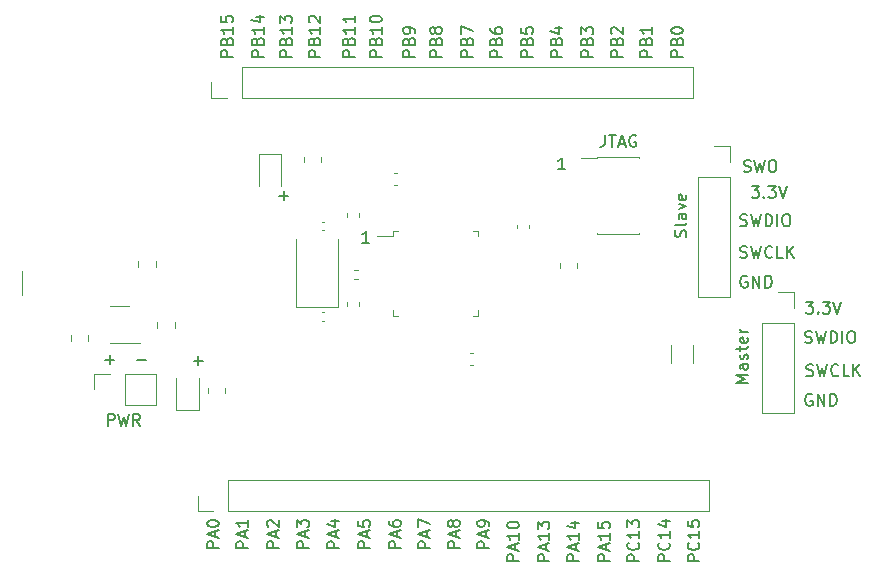
<source format=gbr>
%TF.GenerationSoftware,KiCad,Pcbnew,7.0.7-7.0.7~ubuntu22.04.1*%
%TF.CreationDate,2023-09-22T21:22:16+02:00*%
%TF.ProjectId,kicad103,6b696361-6431-4303-932e-6b696361645f,rev?*%
%TF.SameCoordinates,Original*%
%TF.FileFunction,Legend,Top*%
%TF.FilePolarity,Positive*%
%FSLAX46Y46*%
G04 Gerber Fmt 4.6, Leading zero omitted, Abs format (unit mm)*
G04 Created by KiCad (PCBNEW 7.0.7-7.0.7~ubuntu22.04.1) date 2023-09-22 21:22:16*
%MOMM*%
%LPD*%
G01*
G04 APERTURE LIST*
%ADD10C,0.200000*%
%ADD11C,0.120000*%
%ADD12C,0.100000*%
G04 APERTURE END LIST*
D10*
X104867219Y-92530326D02*
X103867219Y-92530326D01*
X103867219Y-92530326D02*
X103867219Y-92149374D01*
X103867219Y-92149374D02*
X103914838Y-92054136D01*
X103914838Y-92054136D02*
X103962457Y-92006517D01*
X103962457Y-92006517D02*
X104057695Y-91958898D01*
X104057695Y-91958898D02*
X104200552Y-91958898D01*
X104200552Y-91958898D02*
X104295790Y-92006517D01*
X104295790Y-92006517D02*
X104343409Y-92054136D01*
X104343409Y-92054136D02*
X104391028Y-92149374D01*
X104391028Y-92149374D02*
X104391028Y-92530326D01*
X104771980Y-90958898D02*
X104819600Y-91006517D01*
X104819600Y-91006517D02*
X104867219Y-91149374D01*
X104867219Y-91149374D02*
X104867219Y-91244612D01*
X104867219Y-91244612D02*
X104819600Y-91387469D01*
X104819600Y-91387469D02*
X104724361Y-91482707D01*
X104724361Y-91482707D02*
X104629123Y-91530326D01*
X104629123Y-91530326D02*
X104438647Y-91577945D01*
X104438647Y-91577945D02*
X104295790Y-91577945D01*
X104295790Y-91577945D02*
X104105314Y-91530326D01*
X104105314Y-91530326D02*
X104010076Y-91482707D01*
X104010076Y-91482707D02*
X103914838Y-91387469D01*
X103914838Y-91387469D02*
X103867219Y-91244612D01*
X103867219Y-91244612D02*
X103867219Y-91149374D01*
X103867219Y-91149374D02*
X103914838Y-91006517D01*
X103914838Y-91006517D02*
X103962457Y-90958898D01*
X104867219Y-90006517D02*
X104867219Y-90577945D01*
X104867219Y-90292231D02*
X103867219Y-90292231D01*
X103867219Y-90292231D02*
X104010076Y-90387469D01*
X104010076Y-90387469D02*
X104105314Y-90482707D01*
X104105314Y-90482707D02*
X104152933Y-90577945D01*
X104200552Y-89149374D02*
X104867219Y-89149374D01*
X103819600Y-89387469D02*
X104533885Y-89625564D01*
X104533885Y-89625564D02*
X104533885Y-89006517D01*
X95993482Y-59367219D02*
X95422054Y-59367219D01*
X95707768Y-59367219D02*
X95707768Y-58367219D01*
X95707768Y-58367219D02*
X95612530Y-58510076D01*
X95612530Y-58510076D02*
X95517292Y-58605314D01*
X95517292Y-58605314D02*
X95422054Y-58652933D01*
X116374435Y-70567219D02*
X116993482Y-70567219D01*
X116993482Y-70567219D02*
X116660149Y-70948171D01*
X116660149Y-70948171D02*
X116803006Y-70948171D01*
X116803006Y-70948171D02*
X116898244Y-70995790D01*
X116898244Y-70995790D02*
X116945863Y-71043409D01*
X116945863Y-71043409D02*
X116993482Y-71138647D01*
X116993482Y-71138647D02*
X116993482Y-71376742D01*
X116993482Y-71376742D02*
X116945863Y-71471980D01*
X116945863Y-71471980D02*
X116898244Y-71519600D01*
X116898244Y-71519600D02*
X116803006Y-71567219D01*
X116803006Y-71567219D02*
X116517292Y-71567219D01*
X116517292Y-71567219D02*
X116422054Y-71519600D01*
X116422054Y-71519600D02*
X116374435Y-71471980D01*
X117422054Y-71471980D02*
X117469673Y-71519600D01*
X117469673Y-71519600D02*
X117422054Y-71567219D01*
X117422054Y-71567219D02*
X117374435Y-71519600D01*
X117374435Y-71519600D02*
X117422054Y-71471980D01*
X117422054Y-71471980D02*
X117422054Y-71567219D01*
X117803006Y-70567219D02*
X118422053Y-70567219D01*
X118422053Y-70567219D02*
X118088720Y-70948171D01*
X118088720Y-70948171D02*
X118231577Y-70948171D01*
X118231577Y-70948171D02*
X118326815Y-70995790D01*
X118326815Y-70995790D02*
X118374434Y-71043409D01*
X118374434Y-71043409D02*
X118422053Y-71138647D01*
X118422053Y-71138647D02*
X118422053Y-71376742D01*
X118422053Y-71376742D02*
X118374434Y-71471980D01*
X118374434Y-71471980D02*
X118326815Y-71519600D01*
X118326815Y-71519600D02*
X118231577Y-71567219D01*
X118231577Y-71567219D02*
X117945863Y-71567219D01*
X117945863Y-71567219D02*
X117850625Y-71519600D01*
X117850625Y-71519600D02*
X117803006Y-71471980D01*
X118707768Y-70567219D02*
X119041101Y-71567219D01*
X119041101Y-71567219D02*
X119374434Y-70567219D01*
X70467219Y-49830326D02*
X69467219Y-49830326D01*
X69467219Y-49830326D02*
X69467219Y-49449374D01*
X69467219Y-49449374D02*
X69514838Y-49354136D01*
X69514838Y-49354136D02*
X69562457Y-49306517D01*
X69562457Y-49306517D02*
X69657695Y-49258898D01*
X69657695Y-49258898D02*
X69800552Y-49258898D01*
X69800552Y-49258898D02*
X69895790Y-49306517D01*
X69895790Y-49306517D02*
X69943409Y-49354136D01*
X69943409Y-49354136D02*
X69991028Y-49449374D01*
X69991028Y-49449374D02*
X69991028Y-49830326D01*
X69943409Y-48496993D02*
X69991028Y-48354136D01*
X69991028Y-48354136D02*
X70038647Y-48306517D01*
X70038647Y-48306517D02*
X70133885Y-48258898D01*
X70133885Y-48258898D02*
X70276742Y-48258898D01*
X70276742Y-48258898D02*
X70371980Y-48306517D01*
X70371980Y-48306517D02*
X70419600Y-48354136D01*
X70419600Y-48354136D02*
X70467219Y-48449374D01*
X70467219Y-48449374D02*
X70467219Y-48830326D01*
X70467219Y-48830326D02*
X69467219Y-48830326D01*
X69467219Y-48830326D02*
X69467219Y-48496993D01*
X69467219Y-48496993D02*
X69514838Y-48401755D01*
X69514838Y-48401755D02*
X69562457Y-48354136D01*
X69562457Y-48354136D02*
X69657695Y-48306517D01*
X69657695Y-48306517D02*
X69752933Y-48306517D01*
X69752933Y-48306517D02*
X69848171Y-48354136D01*
X69848171Y-48354136D02*
X69895790Y-48401755D01*
X69895790Y-48401755D02*
X69943409Y-48496993D01*
X69943409Y-48496993D02*
X69943409Y-48830326D01*
X70467219Y-47306517D02*
X70467219Y-47877945D01*
X70467219Y-47592231D02*
X69467219Y-47592231D01*
X69467219Y-47592231D02*
X69610076Y-47687469D01*
X69610076Y-47687469D02*
X69705314Y-47782707D01*
X69705314Y-47782707D02*
X69752933Y-47877945D01*
X69800552Y-46449374D02*
X70467219Y-46449374D01*
X69419600Y-46687469D02*
X70133885Y-46925564D01*
X70133885Y-46925564D02*
X70133885Y-46306517D01*
X94667219Y-92530326D02*
X93667219Y-92530326D01*
X93667219Y-92530326D02*
X93667219Y-92149374D01*
X93667219Y-92149374D02*
X93714838Y-92054136D01*
X93714838Y-92054136D02*
X93762457Y-92006517D01*
X93762457Y-92006517D02*
X93857695Y-91958898D01*
X93857695Y-91958898D02*
X94000552Y-91958898D01*
X94000552Y-91958898D02*
X94095790Y-92006517D01*
X94095790Y-92006517D02*
X94143409Y-92054136D01*
X94143409Y-92054136D02*
X94191028Y-92149374D01*
X94191028Y-92149374D02*
X94191028Y-92530326D01*
X94381504Y-91577945D02*
X94381504Y-91101755D01*
X94667219Y-91673183D02*
X93667219Y-91339850D01*
X93667219Y-91339850D02*
X94667219Y-91006517D01*
X94667219Y-90149374D02*
X94667219Y-90720802D01*
X94667219Y-90435088D02*
X93667219Y-90435088D01*
X93667219Y-90435088D02*
X93810076Y-90530326D01*
X93810076Y-90530326D02*
X93905314Y-90625564D01*
X93905314Y-90625564D02*
X93952933Y-90720802D01*
X93667219Y-89816040D02*
X93667219Y-89196993D01*
X93667219Y-89196993D02*
X94048171Y-89530326D01*
X94048171Y-89530326D02*
X94048171Y-89387469D01*
X94048171Y-89387469D02*
X94095790Y-89292231D01*
X94095790Y-89292231D02*
X94143409Y-89244612D01*
X94143409Y-89244612D02*
X94238647Y-89196993D01*
X94238647Y-89196993D02*
X94476742Y-89196993D01*
X94476742Y-89196993D02*
X94571980Y-89244612D01*
X94571980Y-89244612D02*
X94619600Y-89292231D01*
X94619600Y-89292231D02*
X94667219Y-89387469D01*
X94667219Y-89387469D02*
X94667219Y-89673183D01*
X94667219Y-89673183D02*
X94619600Y-89768421D01*
X94619600Y-89768421D02*
X94571980Y-89816040D01*
X69167219Y-91430326D02*
X68167219Y-91430326D01*
X68167219Y-91430326D02*
X68167219Y-91049374D01*
X68167219Y-91049374D02*
X68214838Y-90954136D01*
X68214838Y-90954136D02*
X68262457Y-90906517D01*
X68262457Y-90906517D02*
X68357695Y-90858898D01*
X68357695Y-90858898D02*
X68500552Y-90858898D01*
X68500552Y-90858898D02*
X68595790Y-90906517D01*
X68595790Y-90906517D02*
X68643409Y-90954136D01*
X68643409Y-90954136D02*
X68691028Y-91049374D01*
X68691028Y-91049374D02*
X68691028Y-91430326D01*
X68881504Y-90477945D02*
X68881504Y-90001755D01*
X69167219Y-90573183D02*
X68167219Y-90239850D01*
X68167219Y-90239850D02*
X69167219Y-89906517D01*
X69167219Y-89049374D02*
X69167219Y-89620802D01*
X69167219Y-89335088D02*
X68167219Y-89335088D01*
X68167219Y-89335088D02*
X68310076Y-89430326D01*
X68310076Y-89430326D02*
X68405314Y-89525564D01*
X68405314Y-89525564D02*
X68452933Y-89620802D01*
X99355387Y-56467219D02*
X99355387Y-57181504D01*
X99355387Y-57181504D02*
X99307768Y-57324361D01*
X99307768Y-57324361D02*
X99212530Y-57419600D01*
X99212530Y-57419600D02*
X99069673Y-57467219D01*
X99069673Y-57467219D02*
X98974435Y-57467219D01*
X99688721Y-56467219D02*
X100260149Y-56467219D01*
X99974435Y-57467219D02*
X99974435Y-56467219D01*
X100545864Y-57181504D02*
X101022054Y-57181504D01*
X100450626Y-57467219D02*
X100783959Y-56467219D01*
X100783959Y-56467219D02*
X101117292Y-57467219D01*
X101974435Y-56514838D02*
X101879197Y-56467219D01*
X101879197Y-56467219D02*
X101736340Y-56467219D01*
X101736340Y-56467219D02*
X101593483Y-56514838D01*
X101593483Y-56514838D02*
X101498245Y-56610076D01*
X101498245Y-56610076D02*
X101450626Y-56705314D01*
X101450626Y-56705314D02*
X101403007Y-56895790D01*
X101403007Y-56895790D02*
X101403007Y-57038647D01*
X101403007Y-57038647D02*
X101450626Y-57229123D01*
X101450626Y-57229123D02*
X101498245Y-57324361D01*
X101498245Y-57324361D02*
X101593483Y-57419600D01*
X101593483Y-57419600D02*
X101736340Y-57467219D01*
X101736340Y-57467219D02*
X101831578Y-57467219D01*
X101831578Y-57467219D02*
X101974435Y-57419600D01*
X101974435Y-57419600D02*
X102022054Y-57371980D01*
X102022054Y-57371980D02*
X102022054Y-57038647D01*
X102022054Y-57038647D02*
X101831578Y-57038647D01*
X79467219Y-91430326D02*
X78467219Y-91430326D01*
X78467219Y-91430326D02*
X78467219Y-91049374D01*
X78467219Y-91049374D02*
X78514838Y-90954136D01*
X78514838Y-90954136D02*
X78562457Y-90906517D01*
X78562457Y-90906517D02*
X78657695Y-90858898D01*
X78657695Y-90858898D02*
X78800552Y-90858898D01*
X78800552Y-90858898D02*
X78895790Y-90906517D01*
X78895790Y-90906517D02*
X78943409Y-90954136D01*
X78943409Y-90954136D02*
X78991028Y-91049374D01*
X78991028Y-91049374D02*
X78991028Y-91430326D01*
X79181504Y-90477945D02*
X79181504Y-90001755D01*
X79467219Y-90573183D02*
X78467219Y-90239850D01*
X78467219Y-90239850D02*
X79467219Y-89906517D01*
X78467219Y-89096993D02*
X78467219Y-89573183D01*
X78467219Y-89573183D02*
X78943409Y-89620802D01*
X78943409Y-89620802D02*
X78895790Y-89573183D01*
X78895790Y-89573183D02*
X78848171Y-89477945D01*
X78848171Y-89477945D02*
X78848171Y-89239850D01*
X78848171Y-89239850D02*
X78895790Y-89144612D01*
X78895790Y-89144612D02*
X78943409Y-89096993D01*
X78943409Y-89096993D02*
X79038647Y-89049374D01*
X79038647Y-89049374D02*
X79276742Y-89049374D01*
X79276742Y-89049374D02*
X79371980Y-89096993D01*
X79371980Y-89096993D02*
X79419600Y-89144612D01*
X79419600Y-89144612D02*
X79467219Y-89239850D01*
X79467219Y-89239850D02*
X79467219Y-89477945D01*
X79467219Y-89477945D02*
X79419600Y-89573183D01*
X79419600Y-89573183D02*
X79371980Y-89620802D01*
X111122054Y-59519600D02*
X111264911Y-59567219D01*
X111264911Y-59567219D02*
X111503006Y-59567219D01*
X111503006Y-59567219D02*
X111598244Y-59519600D01*
X111598244Y-59519600D02*
X111645863Y-59471980D01*
X111645863Y-59471980D02*
X111693482Y-59376742D01*
X111693482Y-59376742D02*
X111693482Y-59281504D01*
X111693482Y-59281504D02*
X111645863Y-59186266D01*
X111645863Y-59186266D02*
X111598244Y-59138647D01*
X111598244Y-59138647D02*
X111503006Y-59091028D01*
X111503006Y-59091028D02*
X111312530Y-59043409D01*
X111312530Y-59043409D02*
X111217292Y-58995790D01*
X111217292Y-58995790D02*
X111169673Y-58948171D01*
X111169673Y-58948171D02*
X111122054Y-58852933D01*
X111122054Y-58852933D02*
X111122054Y-58757695D01*
X111122054Y-58757695D02*
X111169673Y-58662457D01*
X111169673Y-58662457D02*
X111217292Y-58614838D01*
X111217292Y-58614838D02*
X111312530Y-58567219D01*
X111312530Y-58567219D02*
X111550625Y-58567219D01*
X111550625Y-58567219D02*
X111693482Y-58614838D01*
X112026816Y-58567219D02*
X112264911Y-59567219D01*
X112264911Y-59567219D02*
X112455387Y-58852933D01*
X112455387Y-58852933D02*
X112645863Y-59567219D01*
X112645863Y-59567219D02*
X112883959Y-58567219D01*
X113455387Y-58567219D02*
X113645863Y-58567219D01*
X113645863Y-58567219D02*
X113741101Y-58614838D01*
X113741101Y-58614838D02*
X113836339Y-58710076D01*
X113836339Y-58710076D02*
X113883958Y-58900552D01*
X113883958Y-58900552D02*
X113883958Y-59233885D01*
X113883958Y-59233885D02*
X113836339Y-59424361D01*
X113836339Y-59424361D02*
X113741101Y-59519600D01*
X113741101Y-59519600D02*
X113645863Y-59567219D01*
X113645863Y-59567219D02*
X113455387Y-59567219D01*
X113455387Y-59567219D02*
X113360149Y-59519600D01*
X113360149Y-59519600D02*
X113264911Y-59424361D01*
X113264911Y-59424361D02*
X113217292Y-59233885D01*
X113217292Y-59233885D02*
X113217292Y-58900552D01*
X113217292Y-58900552D02*
X113264911Y-58710076D01*
X113264911Y-58710076D02*
X113360149Y-58614838D01*
X113360149Y-58614838D02*
X113455387Y-58567219D01*
X71767219Y-91430326D02*
X70767219Y-91430326D01*
X70767219Y-91430326D02*
X70767219Y-91049374D01*
X70767219Y-91049374D02*
X70814838Y-90954136D01*
X70814838Y-90954136D02*
X70862457Y-90906517D01*
X70862457Y-90906517D02*
X70957695Y-90858898D01*
X70957695Y-90858898D02*
X71100552Y-90858898D01*
X71100552Y-90858898D02*
X71195790Y-90906517D01*
X71195790Y-90906517D02*
X71243409Y-90954136D01*
X71243409Y-90954136D02*
X71291028Y-91049374D01*
X71291028Y-91049374D02*
X71291028Y-91430326D01*
X71481504Y-90477945D02*
X71481504Y-90001755D01*
X71767219Y-90573183D02*
X70767219Y-90239850D01*
X70767219Y-90239850D02*
X71767219Y-89906517D01*
X70862457Y-89620802D02*
X70814838Y-89573183D01*
X70814838Y-89573183D02*
X70767219Y-89477945D01*
X70767219Y-89477945D02*
X70767219Y-89239850D01*
X70767219Y-89239850D02*
X70814838Y-89144612D01*
X70814838Y-89144612D02*
X70862457Y-89096993D01*
X70862457Y-89096993D02*
X70957695Y-89049374D01*
X70957695Y-89049374D02*
X71052933Y-89049374D01*
X71052933Y-89049374D02*
X71195790Y-89096993D01*
X71195790Y-89096993D02*
X71767219Y-89668421D01*
X71767219Y-89668421D02*
X71767219Y-89049374D01*
X110822054Y-64119600D02*
X110964911Y-64167219D01*
X110964911Y-64167219D02*
X111203006Y-64167219D01*
X111203006Y-64167219D02*
X111298244Y-64119600D01*
X111298244Y-64119600D02*
X111345863Y-64071980D01*
X111345863Y-64071980D02*
X111393482Y-63976742D01*
X111393482Y-63976742D02*
X111393482Y-63881504D01*
X111393482Y-63881504D02*
X111345863Y-63786266D01*
X111345863Y-63786266D02*
X111298244Y-63738647D01*
X111298244Y-63738647D02*
X111203006Y-63691028D01*
X111203006Y-63691028D02*
X111012530Y-63643409D01*
X111012530Y-63643409D02*
X110917292Y-63595790D01*
X110917292Y-63595790D02*
X110869673Y-63548171D01*
X110869673Y-63548171D02*
X110822054Y-63452933D01*
X110822054Y-63452933D02*
X110822054Y-63357695D01*
X110822054Y-63357695D02*
X110869673Y-63262457D01*
X110869673Y-63262457D02*
X110917292Y-63214838D01*
X110917292Y-63214838D02*
X111012530Y-63167219D01*
X111012530Y-63167219D02*
X111250625Y-63167219D01*
X111250625Y-63167219D02*
X111393482Y-63214838D01*
X111726816Y-63167219D02*
X111964911Y-64167219D01*
X111964911Y-64167219D02*
X112155387Y-63452933D01*
X112155387Y-63452933D02*
X112345863Y-64167219D01*
X112345863Y-64167219D02*
X112583959Y-63167219D01*
X112964911Y-64167219D02*
X112964911Y-63167219D01*
X112964911Y-63167219D02*
X113203006Y-63167219D01*
X113203006Y-63167219D02*
X113345863Y-63214838D01*
X113345863Y-63214838D02*
X113441101Y-63310076D01*
X113441101Y-63310076D02*
X113488720Y-63405314D01*
X113488720Y-63405314D02*
X113536339Y-63595790D01*
X113536339Y-63595790D02*
X113536339Y-63738647D01*
X113536339Y-63738647D02*
X113488720Y-63929123D01*
X113488720Y-63929123D02*
X113441101Y-64024361D01*
X113441101Y-64024361D02*
X113345863Y-64119600D01*
X113345863Y-64119600D02*
X113203006Y-64167219D01*
X113203006Y-64167219D02*
X112964911Y-64167219D01*
X113964911Y-64167219D02*
X113964911Y-63167219D01*
X114631577Y-63167219D02*
X114822053Y-63167219D01*
X114822053Y-63167219D02*
X114917291Y-63214838D01*
X114917291Y-63214838D02*
X115012529Y-63310076D01*
X115012529Y-63310076D02*
X115060148Y-63500552D01*
X115060148Y-63500552D02*
X115060148Y-63833885D01*
X115060148Y-63833885D02*
X115012529Y-64024361D01*
X115012529Y-64024361D02*
X114917291Y-64119600D01*
X114917291Y-64119600D02*
X114822053Y-64167219D01*
X114822053Y-64167219D02*
X114631577Y-64167219D01*
X114631577Y-64167219D02*
X114536339Y-64119600D01*
X114536339Y-64119600D02*
X114441101Y-64024361D01*
X114441101Y-64024361D02*
X114393482Y-63833885D01*
X114393482Y-63833885D02*
X114393482Y-63500552D01*
X114393482Y-63500552D02*
X114441101Y-63310076D01*
X114441101Y-63310076D02*
X114536339Y-63214838D01*
X114536339Y-63214838D02*
X114631577Y-63167219D01*
X107367219Y-92530326D02*
X106367219Y-92530326D01*
X106367219Y-92530326D02*
X106367219Y-92149374D01*
X106367219Y-92149374D02*
X106414838Y-92054136D01*
X106414838Y-92054136D02*
X106462457Y-92006517D01*
X106462457Y-92006517D02*
X106557695Y-91958898D01*
X106557695Y-91958898D02*
X106700552Y-91958898D01*
X106700552Y-91958898D02*
X106795790Y-92006517D01*
X106795790Y-92006517D02*
X106843409Y-92054136D01*
X106843409Y-92054136D02*
X106891028Y-92149374D01*
X106891028Y-92149374D02*
X106891028Y-92530326D01*
X107271980Y-90958898D02*
X107319600Y-91006517D01*
X107319600Y-91006517D02*
X107367219Y-91149374D01*
X107367219Y-91149374D02*
X107367219Y-91244612D01*
X107367219Y-91244612D02*
X107319600Y-91387469D01*
X107319600Y-91387469D02*
X107224361Y-91482707D01*
X107224361Y-91482707D02*
X107129123Y-91530326D01*
X107129123Y-91530326D02*
X106938647Y-91577945D01*
X106938647Y-91577945D02*
X106795790Y-91577945D01*
X106795790Y-91577945D02*
X106605314Y-91530326D01*
X106605314Y-91530326D02*
X106510076Y-91482707D01*
X106510076Y-91482707D02*
X106414838Y-91387469D01*
X106414838Y-91387469D02*
X106367219Y-91244612D01*
X106367219Y-91244612D02*
X106367219Y-91149374D01*
X106367219Y-91149374D02*
X106414838Y-91006517D01*
X106414838Y-91006517D02*
X106462457Y-90958898D01*
X107367219Y-90006517D02*
X107367219Y-90577945D01*
X107367219Y-90292231D02*
X106367219Y-90292231D01*
X106367219Y-90292231D02*
X106510076Y-90387469D01*
X106510076Y-90387469D02*
X106605314Y-90482707D01*
X106605314Y-90482707D02*
X106652933Y-90577945D01*
X106367219Y-89101755D02*
X106367219Y-89577945D01*
X106367219Y-89577945D02*
X106843409Y-89625564D01*
X106843409Y-89625564D02*
X106795790Y-89577945D01*
X106795790Y-89577945D02*
X106748171Y-89482707D01*
X106748171Y-89482707D02*
X106748171Y-89244612D01*
X106748171Y-89244612D02*
X106795790Y-89149374D01*
X106795790Y-89149374D02*
X106843409Y-89101755D01*
X106843409Y-89101755D02*
X106938647Y-89054136D01*
X106938647Y-89054136D02*
X107176742Y-89054136D01*
X107176742Y-89054136D02*
X107271980Y-89101755D01*
X107271980Y-89101755D02*
X107319600Y-89149374D01*
X107319600Y-89149374D02*
X107367219Y-89244612D01*
X107367219Y-89244612D02*
X107367219Y-89482707D01*
X107367219Y-89482707D02*
X107319600Y-89577945D01*
X107319600Y-89577945D02*
X107271980Y-89625564D01*
X99767219Y-92530326D02*
X98767219Y-92530326D01*
X98767219Y-92530326D02*
X98767219Y-92149374D01*
X98767219Y-92149374D02*
X98814838Y-92054136D01*
X98814838Y-92054136D02*
X98862457Y-92006517D01*
X98862457Y-92006517D02*
X98957695Y-91958898D01*
X98957695Y-91958898D02*
X99100552Y-91958898D01*
X99100552Y-91958898D02*
X99195790Y-92006517D01*
X99195790Y-92006517D02*
X99243409Y-92054136D01*
X99243409Y-92054136D02*
X99291028Y-92149374D01*
X99291028Y-92149374D02*
X99291028Y-92530326D01*
X99481504Y-91577945D02*
X99481504Y-91101755D01*
X99767219Y-91673183D02*
X98767219Y-91339850D01*
X98767219Y-91339850D02*
X99767219Y-91006517D01*
X99767219Y-90149374D02*
X99767219Y-90720802D01*
X99767219Y-90435088D02*
X98767219Y-90435088D01*
X98767219Y-90435088D02*
X98910076Y-90530326D01*
X98910076Y-90530326D02*
X99005314Y-90625564D01*
X99005314Y-90625564D02*
X99052933Y-90720802D01*
X98767219Y-89244612D02*
X98767219Y-89720802D01*
X98767219Y-89720802D02*
X99243409Y-89768421D01*
X99243409Y-89768421D02*
X99195790Y-89720802D01*
X99195790Y-89720802D02*
X99148171Y-89625564D01*
X99148171Y-89625564D02*
X99148171Y-89387469D01*
X99148171Y-89387469D02*
X99195790Y-89292231D01*
X99195790Y-89292231D02*
X99243409Y-89244612D01*
X99243409Y-89244612D02*
X99338647Y-89196993D01*
X99338647Y-89196993D02*
X99576742Y-89196993D01*
X99576742Y-89196993D02*
X99671980Y-89244612D01*
X99671980Y-89244612D02*
X99719600Y-89292231D01*
X99719600Y-89292231D02*
X99767219Y-89387469D01*
X99767219Y-89387469D02*
X99767219Y-89625564D01*
X99767219Y-89625564D02*
X99719600Y-89720802D01*
X99719600Y-89720802D02*
X99671980Y-89768421D01*
X87067219Y-91430326D02*
X86067219Y-91430326D01*
X86067219Y-91430326D02*
X86067219Y-91049374D01*
X86067219Y-91049374D02*
X86114838Y-90954136D01*
X86114838Y-90954136D02*
X86162457Y-90906517D01*
X86162457Y-90906517D02*
X86257695Y-90858898D01*
X86257695Y-90858898D02*
X86400552Y-90858898D01*
X86400552Y-90858898D02*
X86495790Y-90906517D01*
X86495790Y-90906517D02*
X86543409Y-90954136D01*
X86543409Y-90954136D02*
X86591028Y-91049374D01*
X86591028Y-91049374D02*
X86591028Y-91430326D01*
X86781504Y-90477945D02*
X86781504Y-90001755D01*
X87067219Y-90573183D02*
X86067219Y-90239850D01*
X86067219Y-90239850D02*
X87067219Y-89906517D01*
X86495790Y-89430326D02*
X86448171Y-89525564D01*
X86448171Y-89525564D02*
X86400552Y-89573183D01*
X86400552Y-89573183D02*
X86305314Y-89620802D01*
X86305314Y-89620802D02*
X86257695Y-89620802D01*
X86257695Y-89620802D02*
X86162457Y-89573183D01*
X86162457Y-89573183D02*
X86114838Y-89525564D01*
X86114838Y-89525564D02*
X86067219Y-89430326D01*
X86067219Y-89430326D02*
X86067219Y-89239850D01*
X86067219Y-89239850D02*
X86114838Y-89144612D01*
X86114838Y-89144612D02*
X86162457Y-89096993D01*
X86162457Y-89096993D02*
X86257695Y-89049374D01*
X86257695Y-89049374D02*
X86305314Y-89049374D01*
X86305314Y-89049374D02*
X86400552Y-89096993D01*
X86400552Y-89096993D02*
X86448171Y-89144612D01*
X86448171Y-89144612D02*
X86495790Y-89239850D01*
X86495790Y-89239850D02*
X86495790Y-89430326D01*
X86495790Y-89430326D02*
X86543409Y-89525564D01*
X86543409Y-89525564D02*
X86591028Y-89573183D01*
X86591028Y-89573183D02*
X86686266Y-89620802D01*
X86686266Y-89620802D02*
X86876742Y-89620802D01*
X86876742Y-89620802D02*
X86971980Y-89573183D01*
X86971980Y-89573183D02*
X87019600Y-89525564D01*
X87019600Y-89525564D02*
X87067219Y-89430326D01*
X87067219Y-89430326D02*
X87067219Y-89239850D01*
X87067219Y-89239850D02*
X87019600Y-89144612D01*
X87019600Y-89144612D02*
X86971980Y-89096993D01*
X86971980Y-89096993D02*
X86876742Y-89049374D01*
X86876742Y-89049374D02*
X86686266Y-89049374D01*
X86686266Y-89049374D02*
X86591028Y-89096993D01*
X86591028Y-89096993D02*
X86543409Y-89144612D01*
X86543409Y-89144612D02*
X86495790Y-89239850D01*
X80467219Y-49830326D02*
X79467219Y-49830326D01*
X79467219Y-49830326D02*
X79467219Y-49449374D01*
X79467219Y-49449374D02*
X79514838Y-49354136D01*
X79514838Y-49354136D02*
X79562457Y-49306517D01*
X79562457Y-49306517D02*
X79657695Y-49258898D01*
X79657695Y-49258898D02*
X79800552Y-49258898D01*
X79800552Y-49258898D02*
X79895790Y-49306517D01*
X79895790Y-49306517D02*
X79943409Y-49354136D01*
X79943409Y-49354136D02*
X79991028Y-49449374D01*
X79991028Y-49449374D02*
X79991028Y-49830326D01*
X79943409Y-48496993D02*
X79991028Y-48354136D01*
X79991028Y-48354136D02*
X80038647Y-48306517D01*
X80038647Y-48306517D02*
X80133885Y-48258898D01*
X80133885Y-48258898D02*
X80276742Y-48258898D01*
X80276742Y-48258898D02*
X80371980Y-48306517D01*
X80371980Y-48306517D02*
X80419600Y-48354136D01*
X80419600Y-48354136D02*
X80467219Y-48449374D01*
X80467219Y-48449374D02*
X80467219Y-48830326D01*
X80467219Y-48830326D02*
X79467219Y-48830326D01*
X79467219Y-48830326D02*
X79467219Y-48496993D01*
X79467219Y-48496993D02*
X79514838Y-48401755D01*
X79514838Y-48401755D02*
X79562457Y-48354136D01*
X79562457Y-48354136D02*
X79657695Y-48306517D01*
X79657695Y-48306517D02*
X79752933Y-48306517D01*
X79752933Y-48306517D02*
X79848171Y-48354136D01*
X79848171Y-48354136D02*
X79895790Y-48401755D01*
X79895790Y-48401755D02*
X79943409Y-48496993D01*
X79943409Y-48496993D02*
X79943409Y-48830326D01*
X80467219Y-47306517D02*
X80467219Y-47877945D01*
X80467219Y-47592231D02*
X79467219Y-47592231D01*
X79467219Y-47592231D02*
X79610076Y-47687469D01*
X79610076Y-47687469D02*
X79705314Y-47782707D01*
X79705314Y-47782707D02*
X79752933Y-47877945D01*
X79467219Y-46687469D02*
X79467219Y-46592231D01*
X79467219Y-46592231D02*
X79514838Y-46496993D01*
X79514838Y-46496993D02*
X79562457Y-46449374D01*
X79562457Y-46449374D02*
X79657695Y-46401755D01*
X79657695Y-46401755D02*
X79848171Y-46354136D01*
X79848171Y-46354136D02*
X80086266Y-46354136D01*
X80086266Y-46354136D02*
X80276742Y-46401755D01*
X80276742Y-46401755D02*
X80371980Y-46449374D01*
X80371980Y-46449374D02*
X80419600Y-46496993D01*
X80419600Y-46496993D02*
X80467219Y-46592231D01*
X80467219Y-46592231D02*
X80467219Y-46687469D01*
X80467219Y-46687469D02*
X80419600Y-46782707D01*
X80419600Y-46782707D02*
X80371980Y-46830326D01*
X80371980Y-46830326D02*
X80276742Y-46877945D01*
X80276742Y-46877945D02*
X80086266Y-46925564D01*
X80086266Y-46925564D02*
X79848171Y-46925564D01*
X79848171Y-46925564D02*
X79657695Y-46877945D01*
X79657695Y-46877945D02*
X79562457Y-46830326D01*
X79562457Y-46830326D02*
X79514838Y-46782707D01*
X79514838Y-46782707D02*
X79467219Y-46687469D01*
X110822054Y-66819600D02*
X110964911Y-66867219D01*
X110964911Y-66867219D02*
X111203006Y-66867219D01*
X111203006Y-66867219D02*
X111298244Y-66819600D01*
X111298244Y-66819600D02*
X111345863Y-66771980D01*
X111345863Y-66771980D02*
X111393482Y-66676742D01*
X111393482Y-66676742D02*
X111393482Y-66581504D01*
X111393482Y-66581504D02*
X111345863Y-66486266D01*
X111345863Y-66486266D02*
X111298244Y-66438647D01*
X111298244Y-66438647D02*
X111203006Y-66391028D01*
X111203006Y-66391028D02*
X111012530Y-66343409D01*
X111012530Y-66343409D02*
X110917292Y-66295790D01*
X110917292Y-66295790D02*
X110869673Y-66248171D01*
X110869673Y-66248171D02*
X110822054Y-66152933D01*
X110822054Y-66152933D02*
X110822054Y-66057695D01*
X110822054Y-66057695D02*
X110869673Y-65962457D01*
X110869673Y-65962457D02*
X110917292Y-65914838D01*
X110917292Y-65914838D02*
X111012530Y-65867219D01*
X111012530Y-65867219D02*
X111250625Y-65867219D01*
X111250625Y-65867219D02*
X111393482Y-65914838D01*
X111726816Y-65867219D02*
X111964911Y-66867219D01*
X111964911Y-66867219D02*
X112155387Y-66152933D01*
X112155387Y-66152933D02*
X112345863Y-66867219D01*
X112345863Y-66867219D02*
X112583959Y-65867219D01*
X113536339Y-66771980D02*
X113488720Y-66819600D01*
X113488720Y-66819600D02*
X113345863Y-66867219D01*
X113345863Y-66867219D02*
X113250625Y-66867219D01*
X113250625Y-66867219D02*
X113107768Y-66819600D01*
X113107768Y-66819600D02*
X113012530Y-66724361D01*
X113012530Y-66724361D02*
X112964911Y-66629123D01*
X112964911Y-66629123D02*
X112917292Y-66438647D01*
X112917292Y-66438647D02*
X112917292Y-66295790D01*
X112917292Y-66295790D02*
X112964911Y-66105314D01*
X112964911Y-66105314D02*
X113012530Y-66010076D01*
X113012530Y-66010076D02*
X113107768Y-65914838D01*
X113107768Y-65914838D02*
X113250625Y-65867219D01*
X113250625Y-65867219D02*
X113345863Y-65867219D01*
X113345863Y-65867219D02*
X113488720Y-65914838D01*
X113488720Y-65914838D02*
X113536339Y-65962457D01*
X114441101Y-66867219D02*
X113964911Y-66867219D01*
X113964911Y-66867219D02*
X113964911Y-65867219D01*
X114774435Y-66867219D02*
X114774435Y-65867219D01*
X115345863Y-66867219D02*
X114917292Y-66295790D01*
X115345863Y-65867219D02*
X114774435Y-66438647D01*
X90667219Y-49830326D02*
X89667219Y-49830326D01*
X89667219Y-49830326D02*
X89667219Y-49449374D01*
X89667219Y-49449374D02*
X89714838Y-49354136D01*
X89714838Y-49354136D02*
X89762457Y-49306517D01*
X89762457Y-49306517D02*
X89857695Y-49258898D01*
X89857695Y-49258898D02*
X90000552Y-49258898D01*
X90000552Y-49258898D02*
X90095790Y-49306517D01*
X90095790Y-49306517D02*
X90143409Y-49354136D01*
X90143409Y-49354136D02*
X90191028Y-49449374D01*
X90191028Y-49449374D02*
X90191028Y-49830326D01*
X90143409Y-48496993D02*
X90191028Y-48354136D01*
X90191028Y-48354136D02*
X90238647Y-48306517D01*
X90238647Y-48306517D02*
X90333885Y-48258898D01*
X90333885Y-48258898D02*
X90476742Y-48258898D01*
X90476742Y-48258898D02*
X90571980Y-48306517D01*
X90571980Y-48306517D02*
X90619600Y-48354136D01*
X90619600Y-48354136D02*
X90667219Y-48449374D01*
X90667219Y-48449374D02*
X90667219Y-48830326D01*
X90667219Y-48830326D02*
X89667219Y-48830326D01*
X89667219Y-48830326D02*
X89667219Y-48496993D01*
X89667219Y-48496993D02*
X89714838Y-48401755D01*
X89714838Y-48401755D02*
X89762457Y-48354136D01*
X89762457Y-48354136D02*
X89857695Y-48306517D01*
X89857695Y-48306517D02*
X89952933Y-48306517D01*
X89952933Y-48306517D02*
X90048171Y-48354136D01*
X90048171Y-48354136D02*
X90095790Y-48401755D01*
X90095790Y-48401755D02*
X90143409Y-48496993D01*
X90143409Y-48496993D02*
X90143409Y-48830326D01*
X89667219Y-47401755D02*
X89667219Y-47592231D01*
X89667219Y-47592231D02*
X89714838Y-47687469D01*
X89714838Y-47687469D02*
X89762457Y-47735088D01*
X89762457Y-47735088D02*
X89905314Y-47830326D01*
X89905314Y-47830326D02*
X90095790Y-47877945D01*
X90095790Y-47877945D02*
X90476742Y-47877945D01*
X90476742Y-47877945D02*
X90571980Y-47830326D01*
X90571980Y-47830326D02*
X90619600Y-47782707D01*
X90619600Y-47782707D02*
X90667219Y-47687469D01*
X90667219Y-47687469D02*
X90667219Y-47496993D01*
X90667219Y-47496993D02*
X90619600Y-47401755D01*
X90619600Y-47401755D02*
X90571980Y-47354136D01*
X90571980Y-47354136D02*
X90476742Y-47306517D01*
X90476742Y-47306517D02*
X90238647Y-47306517D01*
X90238647Y-47306517D02*
X90143409Y-47354136D01*
X90143409Y-47354136D02*
X90095790Y-47401755D01*
X90095790Y-47401755D02*
X90048171Y-47496993D01*
X90048171Y-47496993D02*
X90048171Y-47687469D01*
X90048171Y-47687469D02*
X90095790Y-47782707D01*
X90095790Y-47782707D02*
X90143409Y-47830326D01*
X90143409Y-47830326D02*
X90238647Y-47877945D01*
X66667219Y-91430326D02*
X65667219Y-91430326D01*
X65667219Y-91430326D02*
X65667219Y-91049374D01*
X65667219Y-91049374D02*
X65714838Y-90954136D01*
X65714838Y-90954136D02*
X65762457Y-90906517D01*
X65762457Y-90906517D02*
X65857695Y-90858898D01*
X65857695Y-90858898D02*
X66000552Y-90858898D01*
X66000552Y-90858898D02*
X66095790Y-90906517D01*
X66095790Y-90906517D02*
X66143409Y-90954136D01*
X66143409Y-90954136D02*
X66191028Y-91049374D01*
X66191028Y-91049374D02*
X66191028Y-91430326D01*
X66381504Y-90477945D02*
X66381504Y-90001755D01*
X66667219Y-90573183D02*
X65667219Y-90239850D01*
X65667219Y-90239850D02*
X66667219Y-89906517D01*
X65667219Y-89382707D02*
X65667219Y-89287469D01*
X65667219Y-89287469D02*
X65714838Y-89192231D01*
X65714838Y-89192231D02*
X65762457Y-89144612D01*
X65762457Y-89144612D02*
X65857695Y-89096993D01*
X65857695Y-89096993D02*
X66048171Y-89049374D01*
X66048171Y-89049374D02*
X66286266Y-89049374D01*
X66286266Y-89049374D02*
X66476742Y-89096993D01*
X66476742Y-89096993D02*
X66571980Y-89144612D01*
X66571980Y-89144612D02*
X66619600Y-89192231D01*
X66619600Y-89192231D02*
X66667219Y-89287469D01*
X66667219Y-89287469D02*
X66667219Y-89382707D01*
X66667219Y-89382707D02*
X66619600Y-89477945D01*
X66619600Y-89477945D02*
X66571980Y-89525564D01*
X66571980Y-89525564D02*
X66476742Y-89573183D01*
X66476742Y-89573183D02*
X66286266Y-89620802D01*
X66286266Y-89620802D02*
X66048171Y-89620802D01*
X66048171Y-89620802D02*
X65857695Y-89573183D01*
X65857695Y-89573183D02*
X65762457Y-89525564D01*
X65762457Y-89525564D02*
X65714838Y-89477945D01*
X65714838Y-89477945D02*
X65667219Y-89382707D01*
X88167219Y-49830326D02*
X87167219Y-49830326D01*
X87167219Y-49830326D02*
X87167219Y-49449374D01*
X87167219Y-49449374D02*
X87214838Y-49354136D01*
X87214838Y-49354136D02*
X87262457Y-49306517D01*
X87262457Y-49306517D02*
X87357695Y-49258898D01*
X87357695Y-49258898D02*
X87500552Y-49258898D01*
X87500552Y-49258898D02*
X87595790Y-49306517D01*
X87595790Y-49306517D02*
X87643409Y-49354136D01*
X87643409Y-49354136D02*
X87691028Y-49449374D01*
X87691028Y-49449374D02*
X87691028Y-49830326D01*
X87643409Y-48496993D02*
X87691028Y-48354136D01*
X87691028Y-48354136D02*
X87738647Y-48306517D01*
X87738647Y-48306517D02*
X87833885Y-48258898D01*
X87833885Y-48258898D02*
X87976742Y-48258898D01*
X87976742Y-48258898D02*
X88071980Y-48306517D01*
X88071980Y-48306517D02*
X88119600Y-48354136D01*
X88119600Y-48354136D02*
X88167219Y-48449374D01*
X88167219Y-48449374D02*
X88167219Y-48830326D01*
X88167219Y-48830326D02*
X87167219Y-48830326D01*
X87167219Y-48830326D02*
X87167219Y-48496993D01*
X87167219Y-48496993D02*
X87214838Y-48401755D01*
X87214838Y-48401755D02*
X87262457Y-48354136D01*
X87262457Y-48354136D02*
X87357695Y-48306517D01*
X87357695Y-48306517D02*
X87452933Y-48306517D01*
X87452933Y-48306517D02*
X87548171Y-48354136D01*
X87548171Y-48354136D02*
X87595790Y-48401755D01*
X87595790Y-48401755D02*
X87643409Y-48496993D01*
X87643409Y-48496993D02*
X87643409Y-48830326D01*
X87167219Y-47925564D02*
X87167219Y-47258898D01*
X87167219Y-47258898D02*
X88167219Y-47687469D01*
X79393482Y-65567219D02*
X78822054Y-65567219D01*
X79107768Y-65567219D02*
X79107768Y-64567219D01*
X79107768Y-64567219D02*
X79012530Y-64710076D01*
X79012530Y-64710076D02*
X78917292Y-64805314D01*
X78917292Y-64805314D02*
X78822054Y-64852933D01*
X76867219Y-91430326D02*
X75867219Y-91430326D01*
X75867219Y-91430326D02*
X75867219Y-91049374D01*
X75867219Y-91049374D02*
X75914838Y-90954136D01*
X75914838Y-90954136D02*
X75962457Y-90906517D01*
X75962457Y-90906517D02*
X76057695Y-90858898D01*
X76057695Y-90858898D02*
X76200552Y-90858898D01*
X76200552Y-90858898D02*
X76295790Y-90906517D01*
X76295790Y-90906517D02*
X76343409Y-90954136D01*
X76343409Y-90954136D02*
X76391028Y-91049374D01*
X76391028Y-91049374D02*
X76391028Y-91430326D01*
X76581504Y-90477945D02*
X76581504Y-90001755D01*
X76867219Y-90573183D02*
X75867219Y-90239850D01*
X75867219Y-90239850D02*
X76867219Y-89906517D01*
X76200552Y-89144612D02*
X76867219Y-89144612D01*
X75819600Y-89382707D02*
X76533885Y-89620802D01*
X76533885Y-89620802D02*
X76533885Y-89001755D01*
X92067219Y-92530326D02*
X91067219Y-92530326D01*
X91067219Y-92530326D02*
X91067219Y-92149374D01*
X91067219Y-92149374D02*
X91114838Y-92054136D01*
X91114838Y-92054136D02*
X91162457Y-92006517D01*
X91162457Y-92006517D02*
X91257695Y-91958898D01*
X91257695Y-91958898D02*
X91400552Y-91958898D01*
X91400552Y-91958898D02*
X91495790Y-92006517D01*
X91495790Y-92006517D02*
X91543409Y-92054136D01*
X91543409Y-92054136D02*
X91591028Y-92149374D01*
X91591028Y-92149374D02*
X91591028Y-92530326D01*
X91781504Y-91577945D02*
X91781504Y-91101755D01*
X92067219Y-91673183D02*
X91067219Y-91339850D01*
X91067219Y-91339850D02*
X92067219Y-91006517D01*
X92067219Y-90149374D02*
X92067219Y-90720802D01*
X92067219Y-90435088D02*
X91067219Y-90435088D01*
X91067219Y-90435088D02*
X91210076Y-90530326D01*
X91210076Y-90530326D02*
X91305314Y-90625564D01*
X91305314Y-90625564D02*
X91352933Y-90720802D01*
X91067219Y-89530326D02*
X91067219Y-89435088D01*
X91067219Y-89435088D02*
X91114838Y-89339850D01*
X91114838Y-89339850D02*
X91162457Y-89292231D01*
X91162457Y-89292231D02*
X91257695Y-89244612D01*
X91257695Y-89244612D02*
X91448171Y-89196993D01*
X91448171Y-89196993D02*
X91686266Y-89196993D01*
X91686266Y-89196993D02*
X91876742Y-89244612D01*
X91876742Y-89244612D02*
X91971980Y-89292231D01*
X91971980Y-89292231D02*
X92019600Y-89339850D01*
X92019600Y-89339850D02*
X92067219Y-89435088D01*
X92067219Y-89435088D02*
X92067219Y-89530326D01*
X92067219Y-89530326D02*
X92019600Y-89625564D01*
X92019600Y-89625564D02*
X91971980Y-89673183D01*
X91971980Y-89673183D02*
X91876742Y-89720802D01*
X91876742Y-89720802D02*
X91686266Y-89768421D01*
X91686266Y-89768421D02*
X91448171Y-89768421D01*
X91448171Y-89768421D02*
X91257695Y-89720802D01*
X91257695Y-89720802D02*
X91162457Y-89673183D01*
X91162457Y-89673183D02*
X91114838Y-89625564D01*
X91114838Y-89625564D02*
X91067219Y-89530326D01*
X116893482Y-78414838D02*
X116798244Y-78367219D01*
X116798244Y-78367219D02*
X116655387Y-78367219D01*
X116655387Y-78367219D02*
X116512530Y-78414838D01*
X116512530Y-78414838D02*
X116417292Y-78510076D01*
X116417292Y-78510076D02*
X116369673Y-78605314D01*
X116369673Y-78605314D02*
X116322054Y-78795790D01*
X116322054Y-78795790D02*
X116322054Y-78938647D01*
X116322054Y-78938647D02*
X116369673Y-79129123D01*
X116369673Y-79129123D02*
X116417292Y-79224361D01*
X116417292Y-79224361D02*
X116512530Y-79319600D01*
X116512530Y-79319600D02*
X116655387Y-79367219D01*
X116655387Y-79367219D02*
X116750625Y-79367219D01*
X116750625Y-79367219D02*
X116893482Y-79319600D01*
X116893482Y-79319600D02*
X116941101Y-79271980D01*
X116941101Y-79271980D02*
X116941101Y-78938647D01*
X116941101Y-78938647D02*
X116750625Y-78938647D01*
X117369673Y-79367219D02*
X117369673Y-78367219D01*
X117369673Y-78367219D02*
X117941101Y-79367219D01*
X117941101Y-79367219D02*
X117941101Y-78367219D01*
X118417292Y-79367219D02*
X118417292Y-78367219D01*
X118417292Y-78367219D02*
X118655387Y-78367219D01*
X118655387Y-78367219D02*
X118798244Y-78414838D01*
X118798244Y-78414838D02*
X118893482Y-78510076D01*
X118893482Y-78510076D02*
X118941101Y-78605314D01*
X118941101Y-78605314D02*
X118988720Y-78795790D01*
X118988720Y-78795790D02*
X118988720Y-78938647D01*
X118988720Y-78938647D02*
X118941101Y-79129123D01*
X118941101Y-79129123D02*
X118893482Y-79224361D01*
X118893482Y-79224361D02*
X118798244Y-79319600D01*
X118798244Y-79319600D02*
X118655387Y-79367219D01*
X118655387Y-79367219D02*
X118417292Y-79367219D01*
X103367219Y-49830326D02*
X102367219Y-49830326D01*
X102367219Y-49830326D02*
X102367219Y-49449374D01*
X102367219Y-49449374D02*
X102414838Y-49354136D01*
X102414838Y-49354136D02*
X102462457Y-49306517D01*
X102462457Y-49306517D02*
X102557695Y-49258898D01*
X102557695Y-49258898D02*
X102700552Y-49258898D01*
X102700552Y-49258898D02*
X102795790Y-49306517D01*
X102795790Y-49306517D02*
X102843409Y-49354136D01*
X102843409Y-49354136D02*
X102891028Y-49449374D01*
X102891028Y-49449374D02*
X102891028Y-49830326D01*
X102843409Y-48496993D02*
X102891028Y-48354136D01*
X102891028Y-48354136D02*
X102938647Y-48306517D01*
X102938647Y-48306517D02*
X103033885Y-48258898D01*
X103033885Y-48258898D02*
X103176742Y-48258898D01*
X103176742Y-48258898D02*
X103271980Y-48306517D01*
X103271980Y-48306517D02*
X103319600Y-48354136D01*
X103319600Y-48354136D02*
X103367219Y-48449374D01*
X103367219Y-48449374D02*
X103367219Y-48830326D01*
X103367219Y-48830326D02*
X102367219Y-48830326D01*
X102367219Y-48830326D02*
X102367219Y-48496993D01*
X102367219Y-48496993D02*
X102414838Y-48401755D01*
X102414838Y-48401755D02*
X102462457Y-48354136D01*
X102462457Y-48354136D02*
X102557695Y-48306517D01*
X102557695Y-48306517D02*
X102652933Y-48306517D01*
X102652933Y-48306517D02*
X102748171Y-48354136D01*
X102748171Y-48354136D02*
X102795790Y-48401755D01*
X102795790Y-48401755D02*
X102843409Y-48496993D01*
X102843409Y-48496993D02*
X102843409Y-48830326D01*
X103367219Y-47306517D02*
X103367219Y-47877945D01*
X103367219Y-47592231D02*
X102367219Y-47592231D01*
X102367219Y-47592231D02*
X102510076Y-47687469D01*
X102510076Y-47687469D02*
X102605314Y-47782707D01*
X102605314Y-47782707D02*
X102652933Y-47877945D01*
X116422054Y-76819600D02*
X116564911Y-76867219D01*
X116564911Y-76867219D02*
X116803006Y-76867219D01*
X116803006Y-76867219D02*
X116898244Y-76819600D01*
X116898244Y-76819600D02*
X116945863Y-76771980D01*
X116945863Y-76771980D02*
X116993482Y-76676742D01*
X116993482Y-76676742D02*
X116993482Y-76581504D01*
X116993482Y-76581504D02*
X116945863Y-76486266D01*
X116945863Y-76486266D02*
X116898244Y-76438647D01*
X116898244Y-76438647D02*
X116803006Y-76391028D01*
X116803006Y-76391028D02*
X116612530Y-76343409D01*
X116612530Y-76343409D02*
X116517292Y-76295790D01*
X116517292Y-76295790D02*
X116469673Y-76248171D01*
X116469673Y-76248171D02*
X116422054Y-76152933D01*
X116422054Y-76152933D02*
X116422054Y-76057695D01*
X116422054Y-76057695D02*
X116469673Y-75962457D01*
X116469673Y-75962457D02*
X116517292Y-75914838D01*
X116517292Y-75914838D02*
X116612530Y-75867219D01*
X116612530Y-75867219D02*
X116850625Y-75867219D01*
X116850625Y-75867219D02*
X116993482Y-75914838D01*
X117326816Y-75867219D02*
X117564911Y-76867219D01*
X117564911Y-76867219D02*
X117755387Y-76152933D01*
X117755387Y-76152933D02*
X117945863Y-76867219D01*
X117945863Y-76867219D02*
X118183959Y-75867219D01*
X119136339Y-76771980D02*
X119088720Y-76819600D01*
X119088720Y-76819600D02*
X118945863Y-76867219D01*
X118945863Y-76867219D02*
X118850625Y-76867219D01*
X118850625Y-76867219D02*
X118707768Y-76819600D01*
X118707768Y-76819600D02*
X118612530Y-76724361D01*
X118612530Y-76724361D02*
X118564911Y-76629123D01*
X118564911Y-76629123D02*
X118517292Y-76438647D01*
X118517292Y-76438647D02*
X118517292Y-76295790D01*
X118517292Y-76295790D02*
X118564911Y-76105314D01*
X118564911Y-76105314D02*
X118612530Y-76010076D01*
X118612530Y-76010076D02*
X118707768Y-75914838D01*
X118707768Y-75914838D02*
X118850625Y-75867219D01*
X118850625Y-75867219D02*
X118945863Y-75867219D01*
X118945863Y-75867219D02*
X119088720Y-75914838D01*
X119088720Y-75914838D02*
X119136339Y-75962457D01*
X120041101Y-76867219D02*
X119564911Y-76867219D01*
X119564911Y-76867219D02*
X119564911Y-75867219D01*
X120374435Y-76867219D02*
X120374435Y-75867219D01*
X120945863Y-76867219D02*
X120517292Y-76295790D01*
X120945863Y-75867219D02*
X120374435Y-76438647D01*
X100867219Y-49830326D02*
X99867219Y-49830326D01*
X99867219Y-49830326D02*
X99867219Y-49449374D01*
X99867219Y-49449374D02*
X99914838Y-49354136D01*
X99914838Y-49354136D02*
X99962457Y-49306517D01*
X99962457Y-49306517D02*
X100057695Y-49258898D01*
X100057695Y-49258898D02*
X100200552Y-49258898D01*
X100200552Y-49258898D02*
X100295790Y-49306517D01*
X100295790Y-49306517D02*
X100343409Y-49354136D01*
X100343409Y-49354136D02*
X100391028Y-49449374D01*
X100391028Y-49449374D02*
X100391028Y-49830326D01*
X100343409Y-48496993D02*
X100391028Y-48354136D01*
X100391028Y-48354136D02*
X100438647Y-48306517D01*
X100438647Y-48306517D02*
X100533885Y-48258898D01*
X100533885Y-48258898D02*
X100676742Y-48258898D01*
X100676742Y-48258898D02*
X100771980Y-48306517D01*
X100771980Y-48306517D02*
X100819600Y-48354136D01*
X100819600Y-48354136D02*
X100867219Y-48449374D01*
X100867219Y-48449374D02*
X100867219Y-48830326D01*
X100867219Y-48830326D02*
X99867219Y-48830326D01*
X99867219Y-48830326D02*
X99867219Y-48496993D01*
X99867219Y-48496993D02*
X99914838Y-48401755D01*
X99914838Y-48401755D02*
X99962457Y-48354136D01*
X99962457Y-48354136D02*
X100057695Y-48306517D01*
X100057695Y-48306517D02*
X100152933Y-48306517D01*
X100152933Y-48306517D02*
X100248171Y-48354136D01*
X100248171Y-48354136D02*
X100295790Y-48401755D01*
X100295790Y-48401755D02*
X100343409Y-48496993D01*
X100343409Y-48496993D02*
X100343409Y-48830326D01*
X99962457Y-47877945D02*
X99914838Y-47830326D01*
X99914838Y-47830326D02*
X99867219Y-47735088D01*
X99867219Y-47735088D02*
X99867219Y-47496993D01*
X99867219Y-47496993D02*
X99914838Y-47401755D01*
X99914838Y-47401755D02*
X99962457Y-47354136D01*
X99962457Y-47354136D02*
X100057695Y-47306517D01*
X100057695Y-47306517D02*
X100152933Y-47306517D01*
X100152933Y-47306517D02*
X100295790Y-47354136D01*
X100295790Y-47354136D02*
X100867219Y-47925564D01*
X100867219Y-47925564D02*
X100867219Y-47306517D01*
X64569673Y-75586266D02*
X65331578Y-75586266D01*
X64950625Y-75967219D02*
X64950625Y-75205314D01*
X89567219Y-91430326D02*
X88567219Y-91430326D01*
X88567219Y-91430326D02*
X88567219Y-91049374D01*
X88567219Y-91049374D02*
X88614838Y-90954136D01*
X88614838Y-90954136D02*
X88662457Y-90906517D01*
X88662457Y-90906517D02*
X88757695Y-90858898D01*
X88757695Y-90858898D02*
X88900552Y-90858898D01*
X88900552Y-90858898D02*
X88995790Y-90906517D01*
X88995790Y-90906517D02*
X89043409Y-90954136D01*
X89043409Y-90954136D02*
X89091028Y-91049374D01*
X89091028Y-91049374D02*
X89091028Y-91430326D01*
X89281504Y-90477945D02*
X89281504Y-90001755D01*
X89567219Y-90573183D02*
X88567219Y-90239850D01*
X88567219Y-90239850D02*
X89567219Y-89906517D01*
X89567219Y-89525564D02*
X89567219Y-89335088D01*
X89567219Y-89335088D02*
X89519600Y-89239850D01*
X89519600Y-89239850D02*
X89471980Y-89192231D01*
X89471980Y-89192231D02*
X89329123Y-89096993D01*
X89329123Y-89096993D02*
X89138647Y-89049374D01*
X89138647Y-89049374D02*
X88757695Y-89049374D01*
X88757695Y-89049374D02*
X88662457Y-89096993D01*
X88662457Y-89096993D02*
X88614838Y-89144612D01*
X88614838Y-89144612D02*
X88567219Y-89239850D01*
X88567219Y-89239850D02*
X88567219Y-89430326D01*
X88567219Y-89430326D02*
X88614838Y-89525564D01*
X88614838Y-89525564D02*
X88662457Y-89573183D01*
X88662457Y-89573183D02*
X88757695Y-89620802D01*
X88757695Y-89620802D02*
X88995790Y-89620802D01*
X88995790Y-89620802D02*
X89091028Y-89573183D01*
X89091028Y-89573183D02*
X89138647Y-89525564D01*
X89138647Y-89525564D02*
X89186266Y-89430326D01*
X89186266Y-89430326D02*
X89186266Y-89239850D01*
X89186266Y-89239850D02*
X89138647Y-89144612D01*
X89138647Y-89144612D02*
X89091028Y-89096993D01*
X89091028Y-89096993D02*
X88995790Y-89049374D01*
X84567219Y-91430326D02*
X83567219Y-91430326D01*
X83567219Y-91430326D02*
X83567219Y-91049374D01*
X83567219Y-91049374D02*
X83614838Y-90954136D01*
X83614838Y-90954136D02*
X83662457Y-90906517D01*
X83662457Y-90906517D02*
X83757695Y-90858898D01*
X83757695Y-90858898D02*
X83900552Y-90858898D01*
X83900552Y-90858898D02*
X83995790Y-90906517D01*
X83995790Y-90906517D02*
X84043409Y-90954136D01*
X84043409Y-90954136D02*
X84091028Y-91049374D01*
X84091028Y-91049374D02*
X84091028Y-91430326D01*
X84281504Y-90477945D02*
X84281504Y-90001755D01*
X84567219Y-90573183D02*
X83567219Y-90239850D01*
X83567219Y-90239850D02*
X84567219Y-89906517D01*
X83567219Y-89668421D02*
X83567219Y-89001755D01*
X83567219Y-89001755D02*
X84567219Y-89430326D01*
X72867219Y-49830326D02*
X71867219Y-49830326D01*
X71867219Y-49830326D02*
X71867219Y-49449374D01*
X71867219Y-49449374D02*
X71914838Y-49354136D01*
X71914838Y-49354136D02*
X71962457Y-49306517D01*
X71962457Y-49306517D02*
X72057695Y-49258898D01*
X72057695Y-49258898D02*
X72200552Y-49258898D01*
X72200552Y-49258898D02*
X72295790Y-49306517D01*
X72295790Y-49306517D02*
X72343409Y-49354136D01*
X72343409Y-49354136D02*
X72391028Y-49449374D01*
X72391028Y-49449374D02*
X72391028Y-49830326D01*
X72343409Y-48496993D02*
X72391028Y-48354136D01*
X72391028Y-48354136D02*
X72438647Y-48306517D01*
X72438647Y-48306517D02*
X72533885Y-48258898D01*
X72533885Y-48258898D02*
X72676742Y-48258898D01*
X72676742Y-48258898D02*
X72771980Y-48306517D01*
X72771980Y-48306517D02*
X72819600Y-48354136D01*
X72819600Y-48354136D02*
X72867219Y-48449374D01*
X72867219Y-48449374D02*
X72867219Y-48830326D01*
X72867219Y-48830326D02*
X71867219Y-48830326D01*
X71867219Y-48830326D02*
X71867219Y-48496993D01*
X71867219Y-48496993D02*
X71914838Y-48401755D01*
X71914838Y-48401755D02*
X71962457Y-48354136D01*
X71962457Y-48354136D02*
X72057695Y-48306517D01*
X72057695Y-48306517D02*
X72152933Y-48306517D01*
X72152933Y-48306517D02*
X72248171Y-48354136D01*
X72248171Y-48354136D02*
X72295790Y-48401755D01*
X72295790Y-48401755D02*
X72343409Y-48496993D01*
X72343409Y-48496993D02*
X72343409Y-48830326D01*
X72867219Y-47306517D02*
X72867219Y-47877945D01*
X72867219Y-47592231D02*
X71867219Y-47592231D01*
X71867219Y-47592231D02*
X72010076Y-47687469D01*
X72010076Y-47687469D02*
X72105314Y-47782707D01*
X72105314Y-47782707D02*
X72152933Y-47877945D01*
X71867219Y-46973183D02*
X71867219Y-46354136D01*
X71867219Y-46354136D02*
X72248171Y-46687469D01*
X72248171Y-46687469D02*
X72248171Y-46544612D01*
X72248171Y-46544612D02*
X72295790Y-46449374D01*
X72295790Y-46449374D02*
X72343409Y-46401755D01*
X72343409Y-46401755D02*
X72438647Y-46354136D01*
X72438647Y-46354136D02*
X72676742Y-46354136D01*
X72676742Y-46354136D02*
X72771980Y-46401755D01*
X72771980Y-46401755D02*
X72819600Y-46449374D01*
X72819600Y-46449374D02*
X72867219Y-46544612D01*
X72867219Y-46544612D02*
X72867219Y-46830326D01*
X72867219Y-46830326D02*
X72819600Y-46925564D01*
X72819600Y-46925564D02*
X72771980Y-46973183D01*
X83267219Y-49830326D02*
X82267219Y-49830326D01*
X82267219Y-49830326D02*
X82267219Y-49449374D01*
X82267219Y-49449374D02*
X82314838Y-49354136D01*
X82314838Y-49354136D02*
X82362457Y-49306517D01*
X82362457Y-49306517D02*
X82457695Y-49258898D01*
X82457695Y-49258898D02*
X82600552Y-49258898D01*
X82600552Y-49258898D02*
X82695790Y-49306517D01*
X82695790Y-49306517D02*
X82743409Y-49354136D01*
X82743409Y-49354136D02*
X82791028Y-49449374D01*
X82791028Y-49449374D02*
X82791028Y-49830326D01*
X82743409Y-48496993D02*
X82791028Y-48354136D01*
X82791028Y-48354136D02*
X82838647Y-48306517D01*
X82838647Y-48306517D02*
X82933885Y-48258898D01*
X82933885Y-48258898D02*
X83076742Y-48258898D01*
X83076742Y-48258898D02*
X83171980Y-48306517D01*
X83171980Y-48306517D02*
X83219600Y-48354136D01*
X83219600Y-48354136D02*
X83267219Y-48449374D01*
X83267219Y-48449374D02*
X83267219Y-48830326D01*
X83267219Y-48830326D02*
X82267219Y-48830326D01*
X82267219Y-48830326D02*
X82267219Y-48496993D01*
X82267219Y-48496993D02*
X82314838Y-48401755D01*
X82314838Y-48401755D02*
X82362457Y-48354136D01*
X82362457Y-48354136D02*
X82457695Y-48306517D01*
X82457695Y-48306517D02*
X82552933Y-48306517D01*
X82552933Y-48306517D02*
X82648171Y-48354136D01*
X82648171Y-48354136D02*
X82695790Y-48401755D01*
X82695790Y-48401755D02*
X82743409Y-48496993D01*
X82743409Y-48496993D02*
X82743409Y-48830326D01*
X83267219Y-47782707D02*
X83267219Y-47592231D01*
X83267219Y-47592231D02*
X83219600Y-47496993D01*
X83219600Y-47496993D02*
X83171980Y-47449374D01*
X83171980Y-47449374D02*
X83029123Y-47354136D01*
X83029123Y-47354136D02*
X82838647Y-47306517D01*
X82838647Y-47306517D02*
X82457695Y-47306517D01*
X82457695Y-47306517D02*
X82362457Y-47354136D01*
X82362457Y-47354136D02*
X82314838Y-47401755D01*
X82314838Y-47401755D02*
X82267219Y-47496993D01*
X82267219Y-47496993D02*
X82267219Y-47687469D01*
X82267219Y-47687469D02*
X82314838Y-47782707D01*
X82314838Y-47782707D02*
X82362457Y-47830326D01*
X82362457Y-47830326D02*
X82457695Y-47877945D01*
X82457695Y-47877945D02*
X82695790Y-47877945D01*
X82695790Y-47877945D02*
X82791028Y-47830326D01*
X82791028Y-47830326D02*
X82838647Y-47782707D01*
X82838647Y-47782707D02*
X82886266Y-47687469D01*
X82886266Y-47687469D02*
X82886266Y-47496993D01*
X82886266Y-47496993D02*
X82838647Y-47401755D01*
X82838647Y-47401755D02*
X82791028Y-47354136D01*
X82791028Y-47354136D02*
X82695790Y-47306517D01*
X97167219Y-92530326D02*
X96167219Y-92530326D01*
X96167219Y-92530326D02*
X96167219Y-92149374D01*
X96167219Y-92149374D02*
X96214838Y-92054136D01*
X96214838Y-92054136D02*
X96262457Y-92006517D01*
X96262457Y-92006517D02*
X96357695Y-91958898D01*
X96357695Y-91958898D02*
X96500552Y-91958898D01*
X96500552Y-91958898D02*
X96595790Y-92006517D01*
X96595790Y-92006517D02*
X96643409Y-92054136D01*
X96643409Y-92054136D02*
X96691028Y-92149374D01*
X96691028Y-92149374D02*
X96691028Y-92530326D01*
X96881504Y-91577945D02*
X96881504Y-91101755D01*
X97167219Y-91673183D02*
X96167219Y-91339850D01*
X96167219Y-91339850D02*
X97167219Y-91006517D01*
X97167219Y-90149374D02*
X97167219Y-90720802D01*
X97167219Y-90435088D02*
X96167219Y-90435088D01*
X96167219Y-90435088D02*
X96310076Y-90530326D01*
X96310076Y-90530326D02*
X96405314Y-90625564D01*
X96405314Y-90625564D02*
X96452933Y-90720802D01*
X96500552Y-89292231D02*
X97167219Y-89292231D01*
X96119600Y-89530326D02*
X96833885Y-89768421D01*
X96833885Y-89768421D02*
X96833885Y-89149374D01*
X95767219Y-49830326D02*
X94767219Y-49830326D01*
X94767219Y-49830326D02*
X94767219Y-49449374D01*
X94767219Y-49449374D02*
X94814838Y-49354136D01*
X94814838Y-49354136D02*
X94862457Y-49306517D01*
X94862457Y-49306517D02*
X94957695Y-49258898D01*
X94957695Y-49258898D02*
X95100552Y-49258898D01*
X95100552Y-49258898D02*
X95195790Y-49306517D01*
X95195790Y-49306517D02*
X95243409Y-49354136D01*
X95243409Y-49354136D02*
X95291028Y-49449374D01*
X95291028Y-49449374D02*
X95291028Y-49830326D01*
X95243409Y-48496993D02*
X95291028Y-48354136D01*
X95291028Y-48354136D02*
X95338647Y-48306517D01*
X95338647Y-48306517D02*
X95433885Y-48258898D01*
X95433885Y-48258898D02*
X95576742Y-48258898D01*
X95576742Y-48258898D02*
X95671980Y-48306517D01*
X95671980Y-48306517D02*
X95719600Y-48354136D01*
X95719600Y-48354136D02*
X95767219Y-48449374D01*
X95767219Y-48449374D02*
X95767219Y-48830326D01*
X95767219Y-48830326D02*
X94767219Y-48830326D01*
X94767219Y-48830326D02*
X94767219Y-48496993D01*
X94767219Y-48496993D02*
X94814838Y-48401755D01*
X94814838Y-48401755D02*
X94862457Y-48354136D01*
X94862457Y-48354136D02*
X94957695Y-48306517D01*
X94957695Y-48306517D02*
X95052933Y-48306517D01*
X95052933Y-48306517D02*
X95148171Y-48354136D01*
X95148171Y-48354136D02*
X95195790Y-48401755D01*
X95195790Y-48401755D02*
X95243409Y-48496993D01*
X95243409Y-48496993D02*
X95243409Y-48830326D01*
X95100552Y-47401755D02*
X95767219Y-47401755D01*
X94719600Y-47639850D02*
X95433885Y-47877945D01*
X95433885Y-47877945D02*
X95433885Y-47258898D01*
X74267219Y-91430326D02*
X73267219Y-91430326D01*
X73267219Y-91430326D02*
X73267219Y-91049374D01*
X73267219Y-91049374D02*
X73314838Y-90954136D01*
X73314838Y-90954136D02*
X73362457Y-90906517D01*
X73362457Y-90906517D02*
X73457695Y-90858898D01*
X73457695Y-90858898D02*
X73600552Y-90858898D01*
X73600552Y-90858898D02*
X73695790Y-90906517D01*
X73695790Y-90906517D02*
X73743409Y-90954136D01*
X73743409Y-90954136D02*
X73791028Y-91049374D01*
X73791028Y-91049374D02*
X73791028Y-91430326D01*
X73981504Y-90477945D02*
X73981504Y-90001755D01*
X74267219Y-90573183D02*
X73267219Y-90239850D01*
X73267219Y-90239850D02*
X74267219Y-89906517D01*
X73267219Y-89668421D02*
X73267219Y-89049374D01*
X73267219Y-89049374D02*
X73648171Y-89382707D01*
X73648171Y-89382707D02*
X73648171Y-89239850D01*
X73648171Y-89239850D02*
X73695790Y-89144612D01*
X73695790Y-89144612D02*
X73743409Y-89096993D01*
X73743409Y-89096993D02*
X73838647Y-89049374D01*
X73838647Y-89049374D02*
X74076742Y-89049374D01*
X74076742Y-89049374D02*
X74171980Y-89096993D01*
X74171980Y-89096993D02*
X74219600Y-89144612D01*
X74219600Y-89144612D02*
X74267219Y-89239850D01*
X74267219Y-89239850D02*
X74267219Y-89525564D01*
X74267219Y-89525564D02*
X74219600Y-89620802D01*
X74219600Y-89620802D02*
X74171980Y-89668421D01*
X106219600Y-65077945D02*
X106267219Y-64935088D01*
X106267219Y-64935088D02*
X106267219Y-64696993D01*
X106267219Y-64696993D02*
X106219600Y-64601755D01*
X106219600Y-64601755D02*
X106171980Y-64554136D01*
X106171980Y-64554136D02*
X106076742Y-64506517D01*
X106076742Y-64506517D02*
X105981504Y-64506517D01*
X105981504Y-64506517D02*
X105886266Y-64554136D01*
X105886266Y-64554136D02*
X105838647Y-64601755D01*
X105838647Y-64601755D02*
X105791028Y-64696993D01*
X105791028Y-64696993D02*
X105743409Y-64887469D01*
X105743409Y-64887469D02*
X105695790Y-64982707D01*
X105695790Y-64982707D02*
X105648171Y-65030326D01*
X105648171Y-65030326D02*
X105552933Y-65077945D01*
X105552933Y-65077945D02*
X105457695Y-65077945D01*
X105457695Y-65077945D02*
X105362457Y-65030326D01*
X105362457Y-65030326D02*
X105314838Y-64982707D01*
X105314838Y-64982707D02*
X105267219Y-64887469D01*
X105267219Y-64887469D02*
X105267219Y-64649374D01*
X105267219Y-64649374D02*
X105314838Y-64506517D01*
X106267219Y-63935088D02*
X106219600Y-64030326D01*
X106219600Y-64030326D02*
X106124361Y-64077945D01*
X106124361Y-64077945D02*
X105267219Y-64077945D01*
X106267219Y-63125564D02*
X105743409Y-63125564D01*
X105743409Y-63125564D02*
X105648171Y-63173183D01*
X105648171Y-63173183D02*
X105600552Y-63268421D01*
X105600552Y-63268421D02*
X105600552Y-63458897D01*
X105600552Y-63458897D02*
X105648171Y-63554135D01*
X106219600Y-63125564D02*
X106267219Y-63220802D01*
X106267219Y-63220802D02*
X106267219Y-63458897D01*
X106267219Y-63458897D02*
X106219600Y-63554135D01*
X106219600Y-63554135D02*
X106124361Y-63601754D01*
X106124361Y-63601754D02*
X106029123Y-63601754D01*
X106029123Y-63601754D02*
X105933885Y-63554135D01*
X105933885Y-63554135D02*
X105886266Y-63458897D01*
X105886266Y-63458897D02*
X105886266Y-63220802D01*
X105886266Y-63220802D02*
X105838647Y-63125564D01*
X105600552Y-62744611D02*
X106267219Y-62506516D01*
X106267219Y-62506516D02*
X105600552Y-62268421D01*
X106219600Y-61506516D02*
X106267219Y-61601754D01*
X106267219Y-61601754D02*
X106267219Y-61792230D01*
X106267219Y-61792230D02*
X106219600Y-61887468D01*
X106219600Y-61887468D02*
X106124361Y-61935087D01*
X106124361Y-61935087D02*
X105743409Y-61935087D01*
X105743409Y-61935087D02*
X105648171Y-61887468D01*
X105648171Y-61887468D02*
X105600552Y-61792230D01*
X105600552Y-61792230D02*
X105600552Y-61601754D01*
X105600552Y-61601754D02*
X105648171Y-61506516D01*
X105648171Y-61506516D02*
X105743409Y-61458897D01*
X105743409Y-61458897D02*
X105838647Y-61458897D01*
X105838647Y-61458897D02*
X105933885Y-61935087D01*
X57269673Y-81067219D02*
X57269673Y-80067219D01*
X57269673Y-80067219D02*
X57650625Y-80067219D01*
X57650625Y-80067219D02*
X57745863Y-80114838D01*
X57745863Y-80114838D02*
X57793482Y-80162457D01*
X57793482Y-80162457D02*
X57841101Y-80257695D01*
X57841101Y-80257695D02*
X57841101Y-80400552D01*
X57841101Y-80400552D02*
X57793482Y-80495790D01*
X57793482Y-80495790D02*
X57745863Y-80543409D01*
X57745863Y-80543409D02*
X57650625Y-80591028D01*
X57650625Y-80591028D02*
X57269673Y-80591028D01*
X58174435Y-80067219D02*
X58412530Y-81067219D01*
X58412530Y-81067219D02*
X58603006Y-80352933D01*
X58603006Y-80352933D02*
X58793482Y-81067219D01*
X58793482Y-81067219D02*
X59031578Y-80067219D01*
X59983958Y-81067219D02*
X59650625Y-80591028D01*
X59412530Y-81067219D02*
X59412530Y-80067219D01*
X59412530Y-80067219D02*
X59793482Y-80067219D01*
X59793482Y-80067219D02*
X59888720Y-80114838D01*
X59888720Y-80114838D02*
X59936339Y-80162457D01*
X59936339Y-80162457D02*
X59983958Y-80257695D01*
X59983958Y-80257695D02*
X59983958Y-80400552D01*
X59983958Y-80400552D02*
X59936339Y-80495790D01*
X59936339Y-80495790D02*
X59888720Y-80543409D01*
X59888720Y-80543409D02*
X59793482Y-80591028D01*
X59793482Y-80591028D02*
X59412530Y-80591028D01*
X111467219Y-77430326D02*
X110467219Y-77430326D01*
X110467219Y-77430326D02*
X111181504Y-77096993D01*
X111181504Y-77096993D02*
X110467219Y-76763660D01*
X110467219Y-76763660D02*
X111467219Y-76763660D01*
X111467219Y-75858898D02*
X110943409Y-75858898D01*
X110943409Y-75858898D02*
X110848171Y-75906517D01*
X110848171Y-75906517D02*
X110800552Y-76001755D01*
X110800552Y-76001755D02*
X110800552Y-76192231D01*
X110800552Y-76192231D02*
X110848171Y-76287469D01*
X111419600Y-75858898D02*
X111467219Y-75954136D01*
X111467219Y-75954136D02*
X111467219Y-76192231D01*
X111467219Y-76192231D02*
X111419600Y-76287469D01*
X111419600Y-76287469D02*
X111324361Y-76335088D01*
X111324361Y-76335088D02*
X111229123Y-76335088D01*
X111229123Y-76335088D02*
X111133885Y-76287469D01*
X111133885Y-76287469D02*
X111086266Y-76192231D01*
X111086266Y-76192231D02*
X111086266Y-75954136D01*
X111086266Y-75954136D02*
X111038647Y-75858898D01*
X111419600Y-75430326D02*
X111467219Y-75335088D01*
X111467219Y-75335088D02*
X111467219Y-75144612D01*
X111467219Y-75144612D02*
X111419600Y-75049374D01*
X111419600Y-75049374D02*
X111324361Y-75001755D01*
X111324361Y-75001755D02*
X111276742Y-75001755D01*
X111276742Y-75001755D02*
X111181504Y-75049374D01*
X111181504Y-75049374D02*
X111133885Y-75144612D01*
X111133885Y-75144612D02*
X111133885Y-75287469D01*
X111133885Y-75287469D02*
X111086266Y-75382707D01*
X111086266Y-75382707D02*
X110991028Y-75430326D01*
X110991028Y-75430326D02*
X110943409Y-75430326D01*
X110943409Y-75430326D02*
X110848171Y-75382707D01*
X110848171Y-75382707D02*
X110800552Y-75287469D01*
X110800552Y-75287469D02*
X110800552Y-75144612D01*
X110800552Y-75144612D02*
X110848171Y-75049374D01*
X110800552Y-74716040D02*
X110800552Y-74335088D01*
X110467219Y-74573183D02*
X111324361Y-74573183D01*
X111324361Y-74573183D02*
X111419600Y-74525564D01*
X111419600Y-74525564D02*
X111467219Y-74430326D01*
X111467219Y-74430326D02*
X111467219Y-74335088D01*
X111419600Y-73620802D02*
X111467219Y-73716040D01*
X111467219Y-73716040D02*
X111467219Y-73906516D01*
X111467219Y-73906516D02*
X111419600Y-74001754D01*
X111419600Y-74001754D02*
X111324361Y-74049373D01*
X111324361Y-74049373D02*
X110943409Y-74049373D01*
X110943409Y-74049373D02*
X110848171Y-74001754D01*
X110848171Y-74001754D02*
X110800552Y-73906516D01*
X110800552Y-73906516D02*
X110800552Y-73716040D01*
X110800552Y-73716040D02*
X110848171Y-73620802D01*
X110848171Y-73620802D02*
X110943409Y-73573183D01*
X110943409Y-73573183D02*
X111038647Y-73573183D01*
X111038647Y-73573183D02*
X111133885Y-74049373D01*
X111467219Y-73144611D02*
X110800552Y-73144611D01*
X110991028Y-73144611D02*
X110895790Y-73096992D01*
X110895790Y-73096992D02*
X110848171Y-73049373D01*
X110848171Y-73049373D02*
X110800552Y-72954135D01*
X110800552Y-72954135D02*
X110800552Y-72858897D01*
X67867219Y-49830326D02*
X66867219Y-49830326D01*
X66867219Y-49830326D02*
X66867219Y-49449374D01*
X66867219Y-49449374D02*
X66914838Y-49354136D01*
X66914838Y-49354136D02*
X66962457Y-49306517D01*
X66962457Y-49306517D02*
X67057695Y-49258898D01*
X67057695Y-49258898D02*
X67200552Y-49258898D01*
X67200552Y-49258898D02*
X67295790Y-49306517D01*
X67295790Y-49306517D02*
X67343409Y-49354136D01*
X67343409Y-49354136D02*
X67391028Y-49449374D01*
X67391028Y-49449374D02*
X67391028Y-49830326D01*
X67343409Y-48496993D02*
X67391028Y-48354136D01*
X67391028Y-48354136D02*
X67438647Y-48306517D01*
X67438647Y-48306517D02*
X67533885Y-48258898D01*
X67533885Y-48258898D02*
X67676742Y-48258898D01*
X67676742Y-48258898D02*
X67771980Y-48306517D01*
X67771980Y-48306517D02*
X67819600Y-48354136D01*
X67819600Y-48354136D02*
X67867219Y-48449374D01*
X67867219Y-48449374D02*
X67867219Y-48830326D01*
X67867219Y-48830326D02*
X66867219Y-48830326D01*
X66867219Y-48830326D02*
X66867219Y-48496993D01*
X66867219Y-48496993D02*
X66914838Y-48401755D01*
X66914838Y-48401755D02*
X66962457Y-48354136D01*
X66962457Y-48354136D02*
X67057695Y-48306517D01*
X67057695Y-48306517D02*
X67152933Y-48306517D01*
X67152933Y-48306517D02*
X67248171Y-48354136D01*
X67248171Y-48354136D02*
X67295790Y-48401755D01*
X67295790Y-48401755D02*
X67343409Y-48496993D01*
X67343409Y-48496993D02*
X67343409Y-48830326D01*
X67867219Y-47306517D02*
X67867219Y-47877945D01*
X67867219Y-47592231D02*
X66867219Y-47592231D01*
X66867219Y-47592231D02*
X67010076Y-47687469D01*
X67010076Y-47687469D02*
X67105314Y-47782707D01*
X67105314Y-47782707D02*
X67152933Y-47877945D01*
X66867219Y-46401755D02*
X66867219Y-46877945D01*
X66867219Y-46877945D02*
X67343409Y-46925564D01*
X67343409Y-46925564D02*
X67295790Y-46877945D01*
X67295790Y-46877945D02*
X67248171Y-46782707D01*
X67248171Y-46782707D02*
X67248171Y-46544612D01*
X67248171Y-46544612D02*
X67295790Y-46449374D01*
X67295790Y-46449374D02*
X67343409Y-46401755D01*
X67343409Y-46401755D02*
X67438647Y-46354136D01*
X67438647Y-46354136D02*
X67676742Y-46354136D01*
X67676742Y-46354136D02*
X67771980Y-46401755D01*
X67771980Y-46401755D02*
X67819600Y-46449374D01*
X67819600Y-46449374D02*
X67867219Y-46544612D01*
X67867219Y-46544612D02*
X67867219Y-46782707D01*
X67867219Y-46782707D02*
X67819600Y-46877945D01*
X67819600Y-46877945D02*
X67771980Y-46925564D01*
X85567219Y-49830326D02*
X84567219Y-49830326D01*
X84567219Y-49830326D02*
X84567219Y-49449374D01*
X84567219Y-49449374D02*
X84614838Y-49354136D01*
X84614838Y-49354136D02*
X84662457Y-49306517D01*
X84662457Y-49306517D02*
X84757695Y-49258898D01*
X84757695Y-49258898D02*
X84900552Y-49258898D01*
X84900552Y-49258898D02*
X84995790Y-49306517D01*
X84995790Y-49306517D02*
X85043409Y-49354136D01*
X85043409Y-49354136D02*
X85091028Y-49449374D01*
X85091028Y-49449374D02*
X85091028Y-49830326D01*
X85043409Y-48496993D02*
X85091028Y-48354136D01*
X85091028Y-48354136D02*
X85138647Y-48306517D01*
X85138647Y-48306517D02*
X85233885Y-48258898D01*
X85233885Y-48258898D02*
X85376742Y-48258898D01*
X85376742Y-48258898D02*
X85471980Y-48306517D01*
X85471980Y-48306517D02*
X85519600Y-48354136D01*
X85519600Y-48354136D02*
X85567219Y-48449374D01*
X85567219Y-48449374D02*
X85567219Y-48830326D01*
X85567219Y-48830326D02*
X84567219Y-48830326D01*
X84567219Y-48830326D02*
X84567219Y-48496993D01*
X84567219Y-48496993D02*
X84614838Y-48401755D01*
X84614838Y-48401755D02*
X84662457Y-48354136D01*
X84662457Y-48354136D02*
X84757695Y-48306517D01*
X84757695Y-48306517D02*
X84852933Y-48306517D01*
X84852933Y-48306517D02*
X84948171Y-48354136D01*
X84948171Y-48354136D02*
X84995790Y-48401755D01*
X84995790Y-48401755D02*
X85043409Y-48496993D01*
X85043409Y-48496993D02*
X85043409Y-48830326D01*
X84995790Y-47687469D02*
X84948171Y-47782707D01*
X84948171Y-47782707D02*
X84900552Y-47830326D01*
X84900552Y-47830326D02*
X84805314Y-47877945D01*
X84805314Y-47877945D02*
X84757695Y-47877945D01*
X84757695Y-47877945D02*
X84662457Y-47830326D01*
X84662457Y-47830326D02*
X84614838Y-47782707D01*
X84614838Y-47782707D02*
X84567219Y-47687469D01*
X84567219Y-47687469D02*
X84567219Y-47496993D01*
X84567219Y-47496993D02*
X84614838Y-47401755D01*
X84614838Y-47401755D02*
X84662457Y-47354136D01*
X84662457Y-47354136D02*
X84757695Y-47306517D01*
X84757695Y-47306517D02*
X84805314Y-47306517D01*
X84805314Y-47306517D02*
X84900552Y-47354136D01*
X84900552Y-47354136D02*
X84948171Y-47401755D01*
X84948171Y-47401755D02*
X84995790Y-47496993D01*
X84995790Y-47496993D02*
X84995790Y-47687469D01*
X84995790Y-47687469D02*
X85043409Y-47782707D01*
X85043409Y-47782707D02*
X85091028Y-47830326D01*
X85091028Y-47830326D02*
X85186266Y-47877945D01*
X85186266Y-47877945D02*
X85376742Y-47877945D01*
X85376742Y-47877945D02*
X85471980Y-47830326D01*
X85471980Y-47830326D02*
X85519600Y-47782707D01*
X85519600Y-47782707D02*
X85567219Y-47687469D01*
X85567219Y-47687469D02*
X85567219Y-47496993D01*
X85567219Y-47496993D02*
X85519600Y-47401755D01*
X85519600Y-47401755D02*
X85471980Y-47354136D01*
X85471980Y-47354136D02*
X85376742Y-47306517D01*
X85376742Y-47306517D02*
X85186266Y-47306517D01*
X85186266Y-47306517D02*
X85091028Y-47354136D01*
X85091028Y-47354136D02*
X85043409Y-47401755D01*
X85043409Y-47401755D02*
X84995790Y-47496993D01*
X111774435Y-60767219D02*
X112393482Y-60767219D01*
X112393482Y-60767219D02*
X112060149Y-61148171D01*
X112060149Y-61148171D02*
X112203006Y-61148171D01*
X112203006Y-61148171D02*
X112298244Y-61195790D01*
X112298244Y-61195790D02*
X112345863Y-61243409D01*
X112345863Y-61243409D02*
X112393482Y-61338647D01*
X112393482Y-61338647D02*
X112393482Y-61576742D01*
X112393482Y-61576742D02*
X112345863Y-61671980D01*
X112345863Y-61671980D02*
X112298244Y-61719600D01*
X112298244Y-61719600D02*
X112203006Y-61767219D01*
X112203006Y-61767219D02*
X111917292Y-61767219D01*
X111917292Y-61767219D02*
X111822054Y-61719600D01*
X111822054Y-61719600D02*
X111774435Y-61671980D01*
X112822054Y-61671980D02*
X112869673Y-61719600D01*
X112869673Y-61719600D02*
X112822054Y-61767219D01*
X112822054Y-61767219D02*
X112774435Y-61719600D01*
X112774435Y-61719600D02*
X112822054Y-61671980D01*
X112822054Y-61671980D02*
X112822054Y-61767219D01*
X113203006Y-60767219D02*
X113822053Y-60767219D01*
X113822053Y-60767219D02*
X113488720Y-61148171D01*
X113488720Y-61148171D02*
X113631577Y-61148171D01*
X113631577Y-61148171D02*
X113726815Y-61195790D01*
X113726815Y-61195790D02*
X113774434Y-61243409D01*
X113774434Y-61243409D02*
X113822053Y-61338647D01*
X113822053Y-61338647D02*
X113822053Y-61576742D01*
X113822053Y-61576742D02*
X113774434Y-61671980D01*
X113774434Y-61671980D02*
X113726815Y-61719600D01*
X113726815Y-61719600D02*
X113631577Y-61767219D01*
X113631577Y-61767219D02*
X113345863Y-61767219D01*
X113345863Y-61767219D02*
X113250625Y-61719600D01*
X113250625Y-61719600D02*
X113203006Y-61671980D01*
X114107768Y-60767219D02*
X114441101Y-61767219D01*
X114441101Y-61767219D02*
X114774434Y-60767219D01*
X57069673Y-75486266D02*
X57831578Y-75486266D01*
X57450625Y-75867219D02*
X57450625Y-75105314D01*
X116322054Y-74019600D02*
X116464911Y-74067219D01*
X116464911Y-74067219D02*
X116703006Y-74067219D01*
X116703006Y-74067219D02*
X116798244Y-74019600D01*
X116798244Y-74019600D02*
X116845863Y-73971980D01*
X116845863Y-73971980D02*
X116893482Y-73876742D01*
X116893482Y-73876742D02*
X116893482Y-73781504D01*
X116893482Y-73781504D02*
X116845863Y-73686266D01*
X116845863Y-73686266D02*
X116798244Y-73638647D01*
X116798244Y-73638647D02*
X116703006Y-73591028D01*
X116703006Y-73591028D02*
X116512530Y-73543409D01*
X116512530Y-73543409D02*
X116417292Y-73495790D01*
X116417292Y-73495790D02*
X116369673Y-73448171D01*
X116369673Y-73448171D02*
X116322054Y-73352933D01*
X116322054Y-73352933D02*
X116322054Y-73257695D01*
X116322054Y-73257695D02*
X116369673Y-73162457D01*
X116369673Y-73162457D02*
X116417292Y-73114838D01*
X116417292Y-73114838D02*
X116512530Y-73067219D01*
X116512530Y-73067219D02*
X116750625Y-73067219D01*
X116750625Y-73067219D02*
X116893482Y-73114838D01*
X117226816Y-73067219D02*
X117464911Y-74067219D01*
X117464911Y-74067219D02*
X117655387Y-73352933D01*
X117655387Y-73352933D02*
X117845863Y-74067219D01*
X117845863Y-74067219D02*
X118083959Y-73067219D01*
X118464911Y-74067219D02*
X118464911Y-73067219D01*
X118464911Y-73067219D02*
X118703006Y-73067219D01*
X118703006Y-73067219D02*
X118845863Y-73114838D01*
X118845863Y-73114838D02*
X118941101Y-73210076D01*
X118941101Y-73210076D02*
X118988720Y-73305314D01*
X118988720Y-73305314D02*
X119036339Y-73495790D01*
X119036339Y-73495790D02*
X119036339Y-73638647D01*
X119036339Y-73638647D02*
X118988720Y-73829123D01*
X118988720Y-73829123D02*
X118941101Y-73924361D01*
X118941101Y-73924361D02*
X118845863Y-74019600D01*
X118845863Y-74019600D02*
X118703006Y-74067219D01*
X118703006Y-74067219D02*
X118464911Y-74067219D01*
X119464911Y-74067219D02*
X119464911Y-73067219D01*
X120131577Y-73067219D02*
X120322053Y-73067219D01*
X120322053Y-73067219D02*
X120417291Y-73114838D01*
X120417291Y-73114838D02*
X120512529Y-73210076D01*
X120512529Y-73210076D02*
X120560148Y-73400552D01*
X120560148Y-73400552D02*
X120560148Y-73733885D01*
X120560148Y-73733885D02*
X120512529Y-73924361D01*
X120512529Y-73924361D02*
X120417291Y-74019600D01*
X120417291Y-74019600D02*
X120322053Y-74067219D01*
X120322053Y-74067219D02*
X120131577Y-74067219D01*
X120131577Y-74067219D02*
X120036339Y-74019600D01*
X120036339Y-74019600D02*
X119941101Y-73924361D01*
X119941101Y-73924361D02*
X119893482Y-73733885D01*
X119893482Y-73733885D02*
X119893482Y-73400552D01*
X119893482Y-73400552D02*
X119941101Y-73210076D01*
X119941101Y-73210076D02*
X120036339Y-73114838D01*
X120036339Y-73114838D02*
X120131577Y-73067219D01*
X93267219Y-49830326D02*
X92267219Y-49830326D01*
X92267219Y-49830326D02*
X92267219Y-49449374D01*
X92267219Y-49449374D02*
X92314838Y-49354136D01*
X92314838Y-49354136D02*
X92362457Y-49306517D01*
X92362457Y-49306517D02*
X92457695Y-49258898D01*
X92457695Y-49258898D02*
X92600552Y-49258898D01*
X92600552Y-49258898D02*
X92695790Y-49306517D01*
X92695790Y-49306517D02*
X92743409Y-49354136D01*
X92743409Y-49354136D02*
X92791028Y-49449374D01*
X92791028Y-49449374D02*
X92791028Y-49830326D01*
X92743409Y-48496993D02*
X92791028Y-48354136D01*
X92791028Y-48354136D02*
X92838647Y-48306517D01*
X92838647Y-48306517D02*
X92933885Y-48258898D01*
X92933885Y-48258898D02*
X93076742Y-48258898D01*
X93076742Y-48258898D02*
X93171980Y-48306517D01*
X93171980Y-48306517D02*
X93219600Y-48354136D01*
X93219600Y-48354136D02*
X93267219Y-48449374D01*
X93267219Y-48449374D02*
X93267219Y-48830326D01*
X93267219Y-48830326D02*
X92267219Y-48830326D01*
X92267219Y-48830326D02*
X92267219Y-48496993D01*
X92267219Y-48496993D02*
X92314838Y-48401755D01*
X92314838Y-48401755D02*
X92362457Y-48354136D01*
X92362457Y-48354136D02*
X92457695Y-48306517D01*
X92457695Y-48306517D02*
X92552933Y-48306517D01*
X92552933Y-48306517D02*
X92648171Y-48354136D01*
X92648171Y-48354136D02*
X92695790Y-48401755D01*
X92695790Y-48401755D02*
X92743409Y-48496993D01*
X92743409Y-48496993D02*
X92743409Y-48830326D01*
X92267219Y-47354136D02*
X92267219Y-47830326D01*
X92267219Y-47830326D02*
X92743409Y-47877945D01*
X92743409Y-47877945D02*
X92695790Y-47830326D01*
X92695790Y-47830326D02*
X92648171Y-47735088D01*
X92648171Y-47735088D02*
X92648171Y-47496993D01*
X92648171Y-47496993D02*
X92695790Y-47401755D01*
X92695790Y-47401755D02*
X92743409Y-47354136D01*
X92743409Y-47354136D02*
X92838647Y-47306517D01*
X92838647Y-47306517D02*
X93076742Y-47306517D01*
X93076742Y-47306517D02*
X93171980Y-47354136D01*
X93171980Y-47354136D02*
X93219600Y-47401755D01*
X93219600Y-47401755D02*
X93267219Y-47496993D01*
X93267219Y-47496993D02*
X93267219Y-47735088D01*
X93267219Y-47735088D02*
X93219600Y-47830326D01*
X93219600Y-47830326D02*
X93171980Y-47877945D01*
X98367219Y-49830326D02*
X97367219Y-49830326D01*
X97367219Y-49830326D02*
X97367219Y-49449374D01*
X97367219Y-49449374D02*
X97414838Y-49354136D01*
X97414838Y-49354136D02*
X97462457Y-49306517D01*
X97462457Y-49306517D02*
X97557695Y-49258898D01*
X97557695Y-49258898D02*
X97700552Y-49258898D01*
X97700552Y-49258898D02*
X97795790Y-49306517D01*
X97795790Y-49306517D02*
X97843409Y-49354136D01*
X97843409Y-49354136D02*
X97891028Y-49449374D01*
X97891028Y-49449374D02*
X97891028Y-49830326D01*
X97843409Y-48496993D02*
X97891028Y-48354136D01*
X97891028Y-48354136D02*
X97938647Y-48306517D01*
X97938647Y-48306517D02*
X98033885Y-48258898D01*
X98033885Y-48258898D02*
X98176742Y-48258898D01*
X98176742Y-48258898D02*
X98271980Y-48306517D01*
X98271980Y-48306517D02*
X98319600Y-48354136D01*
X98319600Y-48354136D02*
X98367219Y-48449374D01*
X98367219Y-48449374D02*
X98367219Y-48830326D01*
X98367219Y-48830326D02*
X97367219Y-48830326D01*
X97367219Y-48830326D02*
X97367219Y-48496993D01*
X97367219Y-48496993D02*
X97414838Y-48401755D01*
X97414838Y-48401755D02*
X97462457Y-48354136D01*
X97462457Y-48354136D02*
X97557695Y-48306517D01*
X97557695Y-48306517D02*
X97652933Y-48306517D01*
X97652933Y-48306517D02*
X97748171Y-48354136D01*
X97748171Y-48354136D02*
X97795790Y-48401755D01*
X97795790Y-48401755D02*
X97843409Y-48496993D01*
X97843409Y-48496993D02*
X97843409Y-48830326D01*
X97367219Y-47925564D02*
X97367219Y-47306517D01*
X97367219Y-47306517D02*
X97748171Y-47639850D01*
X97748171Y-47639850D02*
X97748171Y-47496993D01*
X97748171Y-47496993D02*
X97795790Y-47401755D01*
X97795790Y-47401755D02*
X97843409Y-47354136D01*
X97843409Y-47354136D02*
X97938647Y-47306517D01*
X97938647Y-47306517D02*
X98176742Y-47306517D01*
X98176742Y-47306517D02*
X98271980Y-47354136D01*
X98271980Y-47354136D02*
X98319600Y-47401755D01*
X98319600Y-47401755D02*
X98367219Y-47496993D01*
X98367219Y-47496993D02*
X98367219Y-47782707D01*
X98367219Y-47782707D02*
X98319600Y-47877945D01*
X98319600Y-47877945D02*
X98271980Y-47925564D01*
X71769673Y-61586266D02*
X72531578Y-61586266D01*
X72150625Y-61967219D02*
X72150625Y-61205314D01*
X59769673Y-75486266D02*
X60531578Y-75486266D01*
X111393482Y-68414838D02*
X111298244Y-68367219D01*
X111298244Y-68367219D02*
X111155387Y-68367219D01*
X111155387Y-68367219D02*
X111012530Y-68414838D01*
X111012530Y-68414838D02*
X110917292Y-68510076D01*
X110917292Y-68510076D02*
X110869673Y-68605314D01*
X110869673Y-68605314D02*
X110822054Y-68795790D01*
X110822054Y-68795790D02*
X110822054Y-68938647D01*
X110822054Y-68938647D02*
X110869673Y-69129123D01*
X110869673Y-69129123D02*
X110917292Y-69224361D01*
X110917292Y-69224361D02*
X111012530Y-69319600D01*
X111012530Y-69319600D02*
X111155387Y-69367219D01*
X111155387Y-69367219D02*
X111250625Y-69367219D01*
X111250625Y-69367219D02*
X111393482Y-69319600D01*
X111393482Y-69319600D02*
X111441101Y-69271980D01*
X111441101Y-69271980D02*
X111441101Y-68938647D01*
X111441101Y-68938647D02*
X111250625Y-68938647D01*
X111869673Y-69367219D02*
X111869673Y-68367219D01*
X111869673Y-68367219D02*
X112441101Y-69367219D01*
X112441101Y-69367219D02*
X112441101Y-68367219D01*
X112917292Y-69367219D02*
X112917292Y-68367219D01*
X112917292Y-68367219D02*
X113155387Y-68367219D01*
X113155387Y-68367219D02*
X113298244Y-68414838D01*
X113298244Y-68414838D02*
X113393482Y-68510076D01*
X113393482Y-68510076D02*
X113441101Y-68605314D01*
X113441101Y-68605314D02*
X113488720Y-68795790D01*
X113488720Y-68795790D02*
X113488720Y-68938647D01*
X113488720Y-68938647D02*
X113441101Y-69129123D01*
X113441101Y-69129123D02*
X113393482Y-69224361D01*
X113393482Y-69224361D02*
X113298244Y-69319600D01*
X113298244Y-69319600D02*
X113155387Y-69367219D01*
X113155387Y-69367219D02*
X112917292Y-69367219D01*
X75267219Y-49830326D02*
X74267219Y-49830326D01*
X74267219Y-49830326D02*
X74267219Y-49449374D01*
X74267219Y-49449374D02*
X74314838Y-49354136D01*
X74314838Y-49354136D02*
X74362457Y-49306517D01*
X74362457Y-49306517D02*
X74457695Y-49258898D01*
X74457695Y-49258898D02*
X74600552Y-49258898D01*
X74600552Y-49258898D02*
X74695790Y-49306517D01*
X74695790Y-49306517D02*
X74743409Y-49354136D01*
X74743409Y-49354136D02*
X74791028Y-49449374D01*
X74791028Y-49449374D02*
X74791028Y-49830326D01*
X74743409Y-48496993D02*
X74791028Y-48354136D01*
X74791028Y-48354136D02*
X74838647Y-48306517D01*
X74838647Y-48306517D02*
X74933885Y-48258898D01*
X74933885Y-48258898D02*
X75076742Y-48258898D01*
X75076742Y-48258898D02*
X75171980Y-48306517D01*
X75171980Y-48306517D02*
X75219600Y-48354136D01*
X75219600Y-48354136D02*
X75267219Y-48449374D01*
X75267219Y-48449374D02*
X75267219Y-48830326D01*
X75267219Y-48830326D02*
X74267219Y-48830326D01*
X74267219Y-48830326D02*
X74267219Y-48496993D01*
X74267219Y-48496993D02*
X74314838Y-48401755D01*
X74314838Y-48401755D02*
X74362457Y-48354136D01*
X74362457Y-48354136D02*
X74457695Y-48306517D01*
X74457695Y-48306517D02*
X74552933Y-48306517D01*
X74552933Y-48306517D02*
X74648171Y-48354136D01*
X74648171Y-48354136D02*
X74695790Y-48401755D01*
X74695790Y-48401755D02*
X74743409Y-48496993D01*
X74743409Y-48496993D02*
X74743409Y-48830326D01*
X75267219Y-47306517D02*
X75267219Y-47877945D01*
X75267219Y-47592231D02*
X74267219Y-47592231D01*
X74267219Y-47592231D02*
X74410076Y-47687469D01*
X74410076Y-47687469D02*
X74505314Y-47782707D01*
X74505314Y-47782707D02*
X74552933Y-47877945D01*
X74362457Y-46925564D02*
X74314838Y-46877945D01*
X74314838Y-46877945D02*
X74267219Y-46782707D01*
X74267219Y-46782707D02*
X74267219Y-46544612D01*
X74267219Y-46544612D02*
X74314838Y-46449374D01*
X74314838Y-46449374D02*
X74362457Y-46401755D01*
X74362457Y-46401755D02*
X74457695Y-46354136D01*
X74457695Y-46354136D02*
X74552933Y-46354136D01*
X74552933Y-46354136D02*
X74695790Y-46401755D01*
X74695790Y-46401755D02*
X75267219Y-46973183D01*
X75267219Y-46973183D02*
X75267219Y-46354136D01*
X102267219Y-92530326D02*
X101267219Y-92530326D01*
X101267219Y-92530326D02*
X101267219Y-92149374D01*
X101267219Y-92149374D02*
X101314838Y-92054136D01*
X101314838Y-92054136D02*
X101362457Y-92006517D01*
X101362457Y-92006517D02*
X101457695Y-91958898D01*
X101457695Y-91958898D02*
X101600552Y-91958898D01*
X101600552Y-91958898D02*
X101695790Y-92006517D01*
X101695790Y-92006517D02*
X101743409Y-92054136D01*
X101743409Y-92054136D02*
X101791028Y-92149374D01*
X101791028Y-92149374D02*
X101791028Y-92530326D01*
X102171980Y-90958898D02*
X102219600Y-91006517D01*
X102219600Y-91006517D02*
X102267219Y-91149374D01*
X102267219Y-91149374D02*
X102267219Y-91244612D01*
X102267219Y-91244612D02*
X102219600Y-91387469D01*
X102219600Y-91387469D02*
X102124361Y-91482707D01*
X102124361Y-91482707D02*
X102029123Y-91530326D01*
X102029123Y-91530326D02*
X101838647Y-91577945D01*
X101838647Y-91577945D02*
X101695790Y-91577945D01*
X101695790Y-91577945D02*
X101505314Y-91530326D01*
X101505314Y-91530326D02*
X101410076Y-91482707D01*
X101410076Y-91482707D02*
X101314838Y-91387469D01*
X101314838Y-91387469D02*
X101267219Y-91244612D01*
X101267219Y-91244612D02*
X101267219Y-91149374D01*
X101267219Y-91149374D02*
X101314838Y-91006517D01*
X101314838Y-91006517D02*
X101362457Y-90958898D01*
X102267219Y-90006517D02*
X102267219Y-90577945D01*
X102267219Y-90292231D02*
X101267219Y-90292231D01*
X101267219Y-90292231D02*
X101410076Y-90387469D01*
X101410076Y-90387469D02*
X101505314Y-90482707D01*
X101505314Y-90482707D02*
X101552933Y-90577945D01*
X101267219Y-89673183D02*
X101267219Y-89054136D01*
X101267219Y-89054136D02*
X101648171Y-89387469D01*
X101648171Y-89387469D02*
X101648171Y-89244612D01*
X101648171Y-89244612D02*
X101695790Y-89149374D01*
X101695790Y-89149374D02*
X101743409Y-89101755D01*
X101743409Y-89101755D02*
X101838647Y-89054136D01*
X101838647Y-89054136D02*
X102076742Y-89054136D01*
X102076742Y-89054136D02*
X102171980Y-89101755D01*
X102171980Y-89101755D02*
X102219600Y-89149374D01*
X102219600Y-89149374D02*
X102267219Y-89244612D01*
X102267219Y-89244612D02*
X102267219Y-89530326D01*
X102267219Y-89530326D02*
X102219600Y-89625564D01*
X102219600Y-89625564D02*
X102171980Y-89673183D01*
X78167219Y-49830326D02*
X77167219Y-49830326D01*
X77167219Y-49830326D02*
X77167219Y-49449374D01*
X77167219Y-49449374D02*
X77214838Y-49354136D01*
X77214838Y-49354136D02*
X77262457Y-49306517D01*
X77262457Y-49306517D02*
X77357695Y-49258898D01*
X77357695Y-49258898D02*
X77500552Y-49258898D01*
X77500552Y-49258898D02*
X77595790Y-49306517D01*
X77595790Y-49306517D02*
X77643409Y-49354136D01*
X77643409Y-49354136D02*
X77691028Y-49449374D01*
X77691028Y-49449374D02*
X77691028Y-49830326D01*
X77643409Y-48496993D02*
X77691028Y-48354136D01*
X77691028Y-48354136D02*
X77738647Y-48306517D01*
X77738647Y-48306517D02*
X77833885Y-48258898D01*
X77833885Y-48258898D02*
X77976742Y-48258898D01*
X77976742Y-48258898D02*
X78071980Y-48306517D01*
X78071980Y-48306517D02*
X78119600Y-48354136D01*
X78119600Y-48354136D02*
X78167219Y-48449374D01*
X78167219Y-48449374D02*
X78167219Y-48830326D01*
X78167219Y-48830326D02*
X77167219Y-48830326D01*
X77167219Y-48830326D02*
X77167219Y-48496993D01*
X77167219Y-48496993D02*
X77214838Y-48401755D01*
X77214838Y-48401755D02*
X77262457Y-48354136D01*
X77262457Y-48354136D02*
X77357695Y-48306517D01*
X77357695Y-48306517D02*
X77452933Y-48306517D01*
X77452933Y-48306517D02*
X77548171Y-48354136D01*
X77548171Y-48354136D02*
X77595790Y-48401755D01*
X77595790Y-48401755D02*
X77643409Y-48496993D01*
X77643409Y-48496993D02*
X77643409Y-48830326D01*
X78167219Y-47306517D02*
X78167219Y-47877945D01*
X78167219Y-47592231D02*
X77167219Y-47592231D01*
X77167219Y-47592231D02*
X77310076Y-47687469D01*
X77310076Y-47687469D02*
X77405314Y-47782707D01*
X77405314Y-47782707D02*
X77452933Y-47877945D01*
X78167219Y-46354136D02*
X78167219Y-46925564D01*
X78167219Y-46639850D02*
X77167219Y-46639850D01*
X77167219Y-46639850D02*
X77310076Y-46735088D01*
X77310076Y-46735088D02*
X77405314Y-46830326D01*
X77405314Y-46830326D02*
X77452933Y-46925564D01*
X82067219Y-91430326D02*
X81067219Y-91430326D01*
X81067219Y-91430326D02*
X81067219Y-91049374D01*
X81067219Y-91049374D02*
X81114838Y-90954136D01*
X81114838Y-90954136D02*
X81162457Y-90906517D01*
X81162457Y-90906517D02*
X81257695Y-90858898D01*
X81257695Y-90858898D02*
X81400552Y-90858898D01*
X81400552Y-90858898D02*
X81495790Y-90906517D01*
X81495790Y-90906517D02*
X81543409Y-90954136D01*
X81543409Y-90954136D02*
X81591028Y-91049374D01*
X81591028Y-91049374D02*
X81591028Y-91430326D01*
X81781504Y-90477945D02*
X81781504Y-90001755D01*
X82067219Y-90573183D02*
X81067219Y-90239850D01*
X81067219Y-90239850D02*
X82067219Y-89906517D01*
X81067219Y-89144612D02*
X81067219Y-89335088D01*
X81067219Y-89335088D02*
X81114838Y-89430326D01*
X81114838Y-89430326D02*
X81162457Y-89477945D01*
X81162457Y-89477945D02*
X81305314Y-89573183D01*
X81305314Y-89573183D02*
X81495790Y-89620802D01*
X81495790Y-89620802D02*
X81876742Y-89620802D01*
X81876742Y-89620802D02*
X81971980Y-89573183D01*
X81971980Y-89573183D02*
X82019600Y-89525564D01*
X82019600Y-89525564D02*
X82067219Y-89430326D01*
X82067219Y-89430326D02*
X82067219Y-89239850D01*
X82067219Y-89239850D02*
X82019600Y-89144612D01*
X82019600Y-89144612D02*
X81971980Y-89096993D01*
X81971980Y-89096993D02*
X81876742Y-89049374D01*
X81876742Y-89049374D02*
X81638647Y-89049374D01*
X81638647Y-89049374D02*
X81543409Y-89096993D01*
X81543409Y-89096993D02*
X81495790Y-89144612D01*
X81495790Y-89144612D02*
X81448171Y-89239850D01*
X81448171Y-89239850D02*
X81448171Y-89430326D01*
X81448171Y-89430326D02*
X81495790Y-89525564D01*
X81495790Y-89525564D02*
X81543409Y-89573183D01*
X81543409Y-89573183D02*
X81638647Y-89620802D01*
X105967219Y-49830326D02*
X104967219Y-49830326D01*
X104967219Y-49830326D02*
X104967219Y-49449374D01*
X104967219Y-49449374D02*
X105014838Y-49354136D01*
X105014838Y-49354136D02*
X105062457Y-49306517D01*
X105062457Y-49306517D02*
X105157695Y-49258898D01*
X105157695Y-49258898D02*
X105300552Y-49258898D01*
X105300552Y-49258898D02*
X105395790Y-49306517D01*
X105395790Y-49306517D02*
X105443409Y-49354136D01*
X105443409Y-49354136D02*
X105491028Y-49449374D01*
X105491028Y-49449374D02*
X105491028Y-49830326D01*
X105443409Y-48496993D02*
X105491028Y-48354136D01*
X105491028Y-48354136D02*
X105538647Y-48306517D01*
X105538647Y-48306517D02*
X105633885Y-48258898D01*
X105633885Y-48258898D02*
X105776742Y-48258898D01*
X105776742Y-48258898D02*
X105871980Y-48306517D01*
X105871980Y-48306517D02*
X105919600Y-48354136D01*
X105919600Y-48354136D02*
X105967219Y-48449374D01*
X105967219Y-48449374D02*
X105967219Y-48830326D01*
X105967219Y-48830326D02*
X104967219Y-48830326D01*
X104967219Y-48830326D02*
X104967219Y-48496993D01*
X104967219Y-48496993D02*
X105014838Y-48401755D01*
X105014838Y-48401755D02*
X105062457Y-48354136D01*
X105062457Y-48354136D02*
X105157695Y-48306517D01*
X105157695Y-48306517D02*
X105252933Y-48306517D01*
X105252933Y-48306517D02*
X105348171Y-48354136D01*
X105348171Y-48354136D02*
X105395790Y-48401755D01*
X105395790Y-48401755D02*
X105443409Y-48496993D01*
X105443409Y-48496993D02*
X105443409Y-48830326D01*
X104967219Y-47639850D02*
X104967219Y-47544612D01*
X104967219Y-47544612D02*
X105014838Y-47449374D01*
X105014838Y-47449374D02*
X105062457Y-47401755D01*
X105062457Y-47401755D02*
X105157695Y-47354136D01*
X105157695Y-47354136D02*
X105348171Y-47306517D01*
X105348171Y-47306517D02*
X105586266Y-47306517D01*
X105586266Y-47306517D02*
X105776742Y-47354136D01*
X105776742Y-47354136D02*
X105871980Y-47401755D01*
X105871980Y-47401755D02*
X105919600Y-47449374D01*
X105919600Y-47449374D02*
X105967219Y-47544612D01*
X105967219Y-47544612D02*
X105967219Y-47639850D01*
X105967219Y-47639850D02*
X105919600Y-47735088D01*
X105919600Y-47735088D02*
X105871980Y-47782707D01*
X105871980Y-47782707D02*
X105776742Y-47830326D01*
X105776742Y-47830326D02*
X105586266Y-47877945D01*
X105586266Y-47877945D02*
X105348171Y-47877945D01*
X105348171Y-47877945D02*
X105157695Y-47830326D01*
X105157695Y-47830326D02*
X105062457Y-47782707D01*
X105062457Y-47782707D02*
X105014838Y-47735088D01*
X105014838Y-47735088D02*
X104967219Y-47639850D01*
D11*
%TO.C,C6*%
X81484420Y-59690000D02*
X81765580Y-59690000D01*
X81484420Y-60710000D02*
X81765580Y-60710000D01*
%TO.C,J5*%
X66050000Y-53330000D02*
X66050000Y-52000000D01*
X67380000Y-53330000D02*
X66050000Y-53330000D01*
X68650000Y-53330000D02*
X106810000Y-53330000D01*
X68650000Y-53330000D02*
X68650000Y-50670000D01*
X106810000Y-53330000D02*
X106810000Y-50670000D01*
X68650000Y-50670000D02*
X106810000Y-50670000D01*
%TO.C,D3*%
X71960000Y-58052500D02*
X70040000Y-58052500D01*
X70040000Y-58052500D02*
X70040000Y-60737500D01*
X71960000Y-60737500D02*
X71960000Y-58052500D01*
%TO.C,R1*%
X65765000Y-78314564D02*
X65765000Y-77860436D01*
X67235000Y-78314564D02*
X67235000Y-77860436D01*
%TO.C,C5*%
X88215580Y-75960000D02*
X87934420Y-75960000D01*
X88215580Y-74940000D02*
X87934420Y-74940000D01*
%TO.C,C2*%
X62935000Y-72288748D02*
X62935000Y-72811252D01*
X61465000Y-72288748D02*
X61465000Y-72811252D01*
%TO.C,J2*%
X58730000Y-79330000D02*
X61330000Y-79330000D01*
X58730000Y-79330000D02*
X58730000Y-76670000D01*
X61330000Y-79330000D02*
X61330000Y-76670000D01*
X56130000Y-78000000D02*
X56130000Y-76670000D01*
X56130000Y-76670000D02*
X57460000Y-76670000D01*
X58730000Y-76670000D02*
X61330000Y-76670000D01*
%TO.C,C3*%
X92910000Y-64084420D02*
X92910000Y-64365580D01*
X91890000Y-64084420D02*
X91890000Y-64365580D01*
%TO.C,J3*%
X97360000Y-58390000D02*
X98685000Y-58390000D01*
X98685000Y-58325000D02*
X98685000Y-58390000D01*
X98685000Y-58325000D02*
X102215000Y-58325000D01*
X98685000Y-64730000D02*
X98685000Y-64795000D01*
X98685000Y-64795000D02*
X102215000Y-64795000D01*
X102215000Y-58325000D02*
X102215000Y-58390000D01*
X102215000Y-64730000D02*
X102215000Y-64795000D01*
%TO.C,C1*%
X55635000Y-73388748D02*
X55635000Y-73911252D01*
X54165000Y-73388748D02*
X54165000Y-73911252D01*
D12*
%TO.C,J1*%
X49975000Y-68000000D02*
X49975000Y-70000000D01*
D11*
%TO.C,C4*%
X78510000Y-70634420D02*
X78510000Y-70915580D01*
X77490000Y-70634420D02*
X77490000Y-70915580D01*
%TO.C,C9*%
X75587836Y-72160000D02*
X75372164Y-72160000D01*
X75587836Y-71440000D02*
X75372164Y-71440000D01*
%TO.C,J7*%
X112670000Y-72350000D02*
X112670000Y-80030000D01*
X112670000Y-72350000D02*
X115330000Y-72350000D01*
X112670000Y-80030000D02*
X115330000Y-80030000D01*
X114000000Y-69750000D02*
X115330000Y-69750000D01*
X115330000Y-69750000D02*
X115330000Y-71080000D01*
X115330000Y-72350000D02*
X115330000Y-80030000D01*
%TO.C,U1*%
X81390000Y-64540000D02*
X81390000Y-64990000D01*
X81390000Y-64990000D02*
X80100000Y-64990000D01*
X81390000Y-71760000D02*
X81390000Y-71310000D01*
X81840000Y-64540000D02*
X81390000Y-64540000D01*
X81840000Y-71760000D02*
X81390000Y-71760000D01*
X88160000Y-64540000D02*
X88610000Y-64540000D01*
X88160000Y-71760000D02*
X88610000Y-71760000D01*
X88610000Y-64540000D02*
X88610000Y-64990000D01*
X88610000Y-71760000D02*
X88610000Y-71310000D01*
%TO.C,Y1*%
X73200000Y-71050000D02*
X76800000Y-71050000D01*
X76800000Y-71050000D02*
X76800000Y-65300000D01*
X73200000Y-65300000D02*
X73200000Y-71050000D01*
%TO.C,R4*%
X61335000Y-67160436D02*
X61335000Y-67614564D01*
X59865000Y-67160436D02*
X59865000Y-67614564D01*
%TO.C,J8*%
X107270000Y-59990000D02*
X107270000Y-70210000D01*
X107270000Y-59990000D02*
X109930000Y-59990000D01*
X107270000Y-70210000D02*
X109930000Y-70210000D01*
X108600000Y-57390000D02*
X109930000Y-57390000D01*
X109930000Y-57390000D02*
X109930000Y-58720000D01*
X109930000Y-59990000D02*
X109930000Y-70210000D01*
%TO.C,D2*%
X63040000Y-79747500D02*
X64960000Y-79747500D01*
X64960000Y-79747500D02*
X64960000Y-77062500D01*
X63040000Y-77062500D02*
X63040000Y-79747500D01*
%TO.C,R5*%
X95565000Y-67739564D02*
X95565000Y-67285436D01*
X97035000Y-67739564D02*
X97035000Y-67285436D01*
%TO.C,C8*%
X75587836Y-64510000D02*
X75372164Y-64510000D01*
X75587836Y-63790000D02*
X75372164Y-63790000D01*
%TO.C,J9*%
X64890000Y-88330000D02*
X64890000Y-87000000D01*
X66220000Y-88330000D02*
X64890000Y-88330000D01*
X67490000Y-88330000D02*
X108190000Y-88330000D01*
X67490000Y-88330000D02*
X67490000Y-85670000D01*
X108190000Y-88330000D02*
X108190000Y-85670000D01*
X67490000Y-85670000D02*
X108190000Y-85670000D01*
%TO.C,U2*%
X58237500Y-74060000D02*
X60037500Y-74060000D01*
X58237500Y-74060000D02*
X57437500Y-74060000D01*
X58237500Y-70940000D02*
X59037500Y-70940000D01*
X58237500Y-70940000D02*
X57437500Y-70940000D01*
%TO.C,C7*%
X77490000Y-63365580D02*
X77490000Y-63084420D01*
X78510000Y-63365580D02*
X78510000Y-63084420D01*
%TO.C,R3*%
X78156359Y-67920000D02*
X78463641Y-67920000D01*
X78156359Y-68680000D02*
X78463641Y-68680000D01*
%TO.C,R2*%
X75335000Y-58285436D02*
X75335000Y-58739564D01*
X73865000Y-58285436D02*
X73865000Y-58739564D01*
%TO.C,R6*%
X106810000Y-74272936D02*
X106810000Y-75727064D01*
X104990000Y-74272936D02*
X104990000Y-75727064D01*
%TD*%
M02*

</source>
